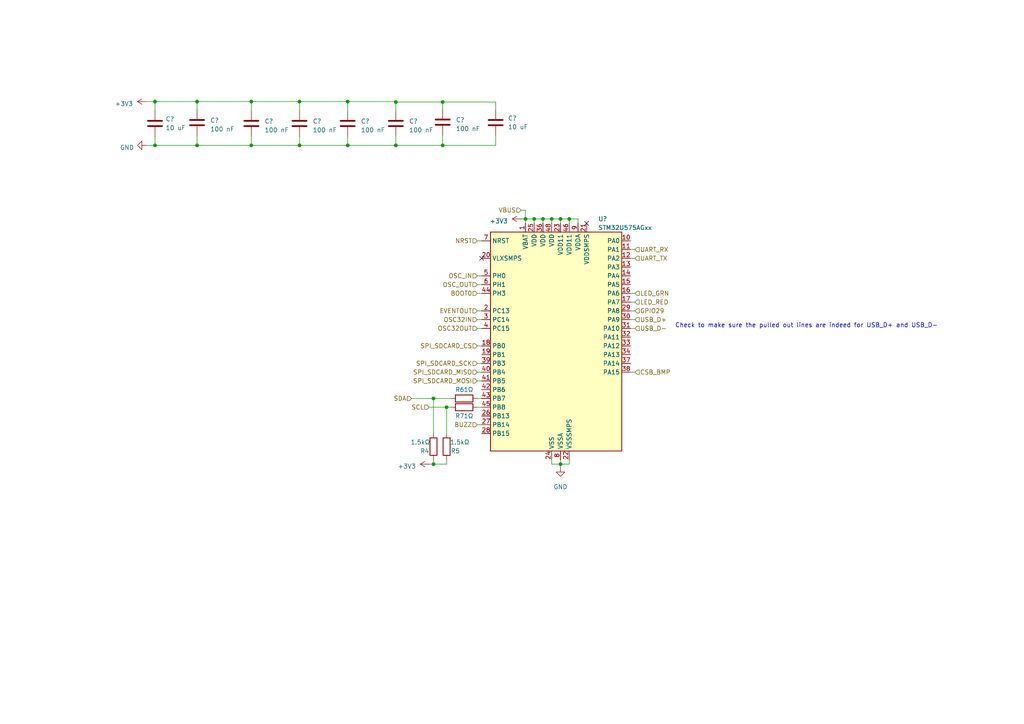
<source format=kicad_sch>
(kicad_sch
	(version 20231120)
	(generator "eeschema")
	(generator_version "8.0")
	(uuid "50ebfa90-ec42-47fe-8cbd-1b057b0ce6a6")
	(paper "A4")
	(lib_symbols
		(symbol "Device:C"
			(pin_numbers hide)
			(pin_names
				(offset 0.254)
			)
			(exclude_from_sim no)
			(in_bom yes)
			(on_board yes)
			(property "Reference" "C"
				(at 0.635 2.54 0)
				(effects
					(font
						(size 1.27 1.27)
					)
					(justify left)
				)
			)
			(property "Value" "C"
				(at 0.635 -2.54 0)
				(effects
					(font
						(size 1.27 1.27)
					)
					(justify left)
				)
			)
			(property "Footprint" ""
				(at 0.9652 -3.81 0)
				(effects
					(font
						(size 1.27 1.27)
					)
					(hide yes)
				)
			)
			(property "Datasheet" "~"
				(at 0 0 0)
				(effects
					(font
						(size 1.27 1.27)
					)
					(hide yes)
				)
			)
			(property "Description" "Unpolarized capacitor"
				(at 0 0 0)
				(effects
					(font
						(size 1.27 1.27)
					)
					(hide yes)
				)
			)
			(property "ki_keywords" "cap capacitor"
				(at 0 0 0)
				(effects
					(font
						(size 1.27 1.27)
					)
					(hide yes)
				)
			)
			(property "ki_fp_filters" "C_*"
				(at 0 0 0)
				(effects
					(font
						(size 1.27 1.27)
					)
					(hide yes)
				)
			)
			(symbol "C_0_1"
				(polyline
					(pts
						(xy -2.032 -0.762) (xy 2.032 -0.762)
					)
					(stroke
						(width 0.508)
						(type default)
					)
					(fill
						(type none)
					)
				)
				(polyline
					(pts
						(xy -2.032 0.762) (xy 2.032 0.762)
					)
					(stroke
						(width 0.508)
						(type default)
					)
					(fill
						(type none)
					)
				)
			)
			(symbol "C_1_1"
				(pin passive line
					(at 0 3.81 270)
					(length 2.794)
					(name "~"
						(effects
							(font
								(size 1.27 1.27)
							)
						)
					)
					(number "1"
						(effects
							(font
								(size 1.27 1.27)
							)
						)
					)
				)
				(pin passive line
					(at 0 -3.81 90)
					(length 2.794)
					(name "~"
						(effects
							(font
								(size 1.27 1.27)
							)
						)
					)
					(number "2"
						(effects
							(font
								(size 1.27 1.27)
							)
						)
					)
				)
			)
		)
		(symbol "Device:R"
			(pin_numbers hide)
			(pin_names
				(offset 0)
			)
			(exclude_from_sim no)
			(in_bom yes)
			(on_board yes)
			(property "Reference" "R"
				(at 2.032 0 90)
				(effects
					(font
						(size 1.27 1.27)
					)
				)
			)
			(property "Value" "R"
				(at 0 0 90)
				(effects
					(font
						(size 1.27 1.27)
					)
				)
			)
			(property "Footprint" ""
				(at -1.778 0 90)
				(effects
					(font
						(size 1.27 1.27)
					)
					(hide yes)
				)
			)
			(property "Datasheet" "~"
				(at 0 0 0)
				(effects
					(font
						(size 1.27 1.27)
					)
					(hide yes)
				)
			)
			(property "Description" "Resistor"
				(at 0 0 0)
				(effects
					(font
						(size 1.27 1.27)
					)
					(hide yes)
				)
			)
			(property "ki_keywords" "R res resistor"
				(at 0 0 0)
				(effects
					(font
						(size 1.27 1.27)
					)
					(hide yes)
				)
			)
			(property "ki_fp_filters" "R_*"
				(at 0 0 0)
				(effects
					(font
						(size 1.27 1.27)
					)
					(hide yes)
				)
			)
			(symbol "R_0_1"
				(rectangle
					(start -1.016 -2.54)
					(end 1.016 2.54)
					(stroke
						(width 0.254)
						(type default)
					)
					(fill
						(type none)
					)
				)
			)
			(symbol "R_1_1"
				(pin passive line
					(at 0 3.81 270)
					(length 1.27)
					(name "~"
						(effects
							(font
								(size 1.27 1.27)
							)
						)
					)
					(number "1"
						(effects
							(font
								(size 1.27 1.27)
							)
						)
					)
				)
				(pin passive line
					(at 0 -3.81 90)
					(length 1.27)
					(name "~"
						(effects
							(font
								(size 1.27 1.27)
							)
						)
					)
					(number "2"
						(effects
							(font
								(size 1.27 1.27)
							)
						)
					)
				)
			)
		)
		(symbol "MCU_ST_STM32U5:STM32U575CIUxQ"
			(exclude_from_sim no)
			(in_bom yes)
			(on_board yes)
			(property "Reference" "U"
				(at -17.78 34.29 0)
				(effects
					(font
						(size 1.27 1.27)
					)
					(justify left)
				)
			)
			(property "Value" "STM32U575CIUxQ"
				(at 12.7 34.29 0)
				(effects
					(font
						(size 1.27 1.27)
					)
					(justify left)
				)
			)
			(property "Footprint" "Package_DFN_QFN:QFN-48-1EP_7x7mm_P0.5mm_EP5.6x5.6mm"
				(at -17.78 -30.48 0)
				(effects
					(font
						(size 1.27 1.27)
					)
					(justify right)
					(hide yes)
				)
			)
			(property "Datasheet" "https://www.st.com/resource/en/datasheet/stm32u575ci.pdf"
				(at 0 0 0)
				(effects
					(font
						(size 1.27 1.27)
					)
					(hide yes)
				)
			)
			(property "Description" "STMicroelectronics Arm Cortex-M33 MCU, 2048KB flash, 786KB RAM, 160 MHz, 1.71-3.6V, 33 GPIO, UFQFPN48"
				(at 0 0 0)
				(effects
					(font
						(size 1.27 1.27)
					)
					(hide yes)
				)
			)
			(property "ki_locked" ""
				(at 0 0 0)
				(effects
					(font
						(size 1.27 1.27)
					)
				)
			)
			(property "ki_keywords" "Arm Cortex-M33 STM32U5 STM32U575/585"
				(at 0 0 0)
				(effects
					(font
						(size 1.27 1.27)
					)
					(hide yes)
				)
			)
			(property "ki_fp_filters" "QFN*1EP*7x7mm*P0.5mm*"
				(at 0 0 0)
				(effects
					(font
						(size 1.27 1.27)
					)
					(hide yes)
				)
			)
			(symbol "STM32U575CIUxQ_0_1"
				(rectangle
					(start -17.78 -30.48)
					(end 20.32 33.02)
					(stroke
						(width 0.254)
						(type default)
					)
					(fill
						(type background)
					)
				)
			)
			(symbol "STM32U575CIUxQ_1_1"
				(pin power_in line
					(at -7.62 35.56 270)
					(length 2.54)
					(name "VBAT"
						(effects
							(font
								(size 1.27 1.27)
							)
						)
					)
					(number "1"
						(effects
							(font
								(size 1.27 1.27)
							)
						)
					)
				)
				(pin bidirectional line
					(at 22.86 30.48 180)
					(length 2.54)
					(name "PA0"
						(effects
							(font
								(size 1.27 1.27)
							)
						)
					)
					(number "10"
						(effects
							(font
								(size 1.27 1.27)
							)
						)
					)
					(alternate "ADC1_IN5" bidirectional line)
					(alternate "AUDIOCLK" bidirectional line)
					(alternate "OCTOSPIM_P2_NCS" bidirectional line)
					(alternate "OPAMP1_VINP" bidirectional line)
					(alternate "PWR_WKUP1" bidirectional line)
					(alternate "SPI3_RDY" bidirectional line)
					(alternate "TAMP_IN2" bidirectional line)
					(alternate "TAMP_OUT1" bidirectional line)
					(alternate "TIM2_CH1" bidirectional line)
					(alternate "TIM2_ETR" bidirectional line)
					(alternate "TIM5_CH1" bidirectional line)
					(alternate "TIM8_ETR" bidirectional line)
					(alternate "UART4_TX" bidirectional line)
					(alternate "USART2_CTS" bidirectional line)
				)
				(pin bidirectional line
					(at 22.86 27.94 180)
					(length 2.54)
					(name "PA1"
						(effects
							(font
								(size 1.27 1.27)
							)
						)
					)
					(number "11"
						(effects
							(font
								(size 1.27 1.27)
							)
						)
					)
					(alternate "ADC1_IN6" bidirectional line)
					(alternate "I2C1_SMBA" bidirectional line)
					(alternate "LPTIM1_CH2" bidirectional line)
					(alternate "OCTOSPIM_P1_DQS" bidirectional line)
					(alternate "OPAMP1_VINM" bidirectional line)
					(alternate "PWR_WKUP3" bidirectional line)
					(alternate "SPI1_SCK" bidirectional line)
					(alternate "TAMP_IN5" bidirectional line)
					(alternate "TAMP_OUT4" bidirectional line)
					(alternate "TIM15_CH1N" bidirectional line)
					(alternate "TIM2_CH2" bidirectional line)
					(alternate "TIM5_CH2" bidirectional line)
					(alternate "UART4_RX" bidirectional line)
					(alternate "USART2_DE" bidirectional line)
					(alternate "USART2_RTS" bidirectional line)
				)
				(pin bidirectional line
					(at 22.86 25.4 180)
					(length 2.54)
					(name "PA2"
						(effects
							(font
								(size 1.27 1.27)
							)
						)
					)
					(number "12"
						(effects
							(font
								(size 1.27 1.27)
							)
						)
					)
					(alternate "ADC1_IN7" bidirectional line)
					(alternate "COMP1_INP" bidirectional line)
					(alternate "LPUART1_TX" bidirectional line)
					(alternate "OCTOSPIM_P1_NCS" bidirectional line)
					(alternate "PWR_WKUP4" bidirectional line)
					(alternate "RCC_LSCO" bidirectional line)
					(alternate "SPI1_RDY" bidirectional line)
					(alternate "TIM15_CH1" bidirectional line)
					(alternate "TIM2_CH3" bidirectional line)
					(alternate "TIM5_CH3" bidirectional line)
					(alternate "UCPD1_FRSTX1" bidirectional line)
					(alternate "USART2_TX" bidirectional line)
				)
				(pin bidirectional line
					(at 22.86 22.86 180)
					(length 2.54)
					(name "PA3"
						(effects
							(font
								(size 1.27 1.27)
							)
						)
					)
					(number "13"
						(effects
							(font
								(size 1.27 1.27)
							)
						)
					)
					(alternate "ADC1_IN8" bidirectional line)
					(alternate "LPUART1_RX" bidirectional line)
					(alternate "OCTOSPIM_P1_CLK" bidirectional line)
					(alternate "OPAMP1_VOUT" bidirectional line)
					(alternate "PWR_WKUP5" bidirectional line)
					(alternate "SAI1_CK1" bidirectional line)
					(alternate "SAI1_MCLK_A" bidirectional line)
					(alternate "TIM15_CH2" bidirectional line)
					(alternate "TIM2_CH4" bidirectional line)
					(alternate "TIM5_CH4" bidirectional line)
					(alternate "USART2_RX" bidirectional line)
				)
				(pin bidirectional line
					(at 22.86 20.32 180)
					(length 2.54)
					(name "PA4"
						(effects
							(font
								(size 1.27 1.27)
							)
						)
					)
					(number "14"
						(effects
							(font
								(size 1.27 1.27)
							)
						)
					)
					(alternate "ADC1_IN9" bidirectional line)
					(alternate "ADC4_IN9" bidirectional line)
					(alternate "DAC1_OUT1" bidirectional line)
					(alternate "LPTIM2_CH1" bidirectional line)
					(alternate "OCTOSPIM_P1_NCS" bidirectional line)
					(alternate "PWR_WKUP2" bidirectional line)
					(alternate "SAI1_FS_B" bidirectional line)
					(alternate "SPI1_NSS" bidirectional line)
					(alternate "SPI3_NSS" bidirectional line)
					(alternate "USART2_CK" bidirectional line)
				)
				(pin bidirectional line
					(at 22.86 17.78 180)
					(length 2.54)
					(name "PA5"
						(effects
							(font
								(size 1.27 1.27)
							)
						)
					)
					(number "15"
						(effects
							(font
								(size 1.27 1.27)
							)
						)
					)
					(alternate "ADC1_IN10" bidirectional line)
					(alternate "ADC4_IN10" bidirectional line)
					(alternate "DAC1_OUT2" bidirectional line)
					(alternate "LPTIM2_ETR" bidirectional line)
					(alternate "PWR_CSLEEP" bidirectional line)
					(alternate "PWR_WKUP6" bidirectional line)
					(alternate "SPI1_SCK" bidirectional line)
					(alternate "TIM2_CH1" bidirectional line)
					(alternate "TIM2_ETR" bidirectional line)
					(alternate "TIM8_CH1N" bidirectional line)
					(alternate "USART3_RX" bidirectional line)
				)
				(pin bidirectional line
					(at 22.86 15.24 180)
					(length 2.54)
					(name "PA6"
						(effects
							(font
								(size 1.27 1.27)
							)
						)
					)
					(number "16"
						(effects
							(font
								(size 1.27 1.27)
							)
						)
					)
					(alternate "ADC1_IN11" bidirectional line)
					(alternate "ADC4_IN11" bidirectional line)
					(alternate "LPUART1_CTS" bidirectional line)
					(alternate "OCTOSPIM_P1_IO3" bidirectional line)
					(alternate "OPAMP2_VINP" bidirectional line)
					(alternate "PWR_CDSTOP" bidirectional line)
					(alternate "PWR_WKUP7" bidirectional line)
					(alternate "SPI1_MISO" bidirectional line)
					(alternate "TIM16_CH1" bidirectional line)
					(alternate "TIM1_BKIN" bidirectional line)
					(alternate "TIM3_CH1" bidirectional line)
					(alternate "TIM8_BKIN" bidirectional line)
					(alternate "USART3_CTS" bidirectional line)
				)
				(pin bidirectional line
					(at 22.86 12.7 180)
					(length 2.54)
					(name "PA7"
						(effects
							(font
								(size 1.27 1.27)
							)
						)
					)
					(number "17"
						(effects
							(font
								(size 1.27 1.27)
							)
						)
					)
					(alternate "ADC1_IN12" bidirectional line)
					(alternate "ADC4_IN20" bidirectional line)
					(alternate "I2C3_SCL" bidirectional line)
					(alternate "LPTIM2_CH2" bidirectional line)
					(alternate "OCTOSPIM_P1_IO2" bidirectional line)
					(alternate "OPAMP2_VINM" bidirectional line)
					(alternate "PWR_SRDSTOP" bidirectional line)
					(alternate "PWR_WKUP8" bidirectional line)
					(alternate "SPI1_MOSI" bidirectional line)
					(alternate "TIM17_CH1" bidirectional line)
					(alternate "TIM1_CH1N" bidirectional line)
					(alternate "TIM3_CH2" bidirectional line)
					(alternate "TIM8_CH1N" bidirectional line)
					(alternate "USART3_TX" bidirectional line)
				)
				(pin bidirectional line
					(at -20.32 0 0)
					(length 2.54)
					(name "PB0"
						(effects
							(font
								(size 1.27 1.27)
							)
						)
					)
					(number "18"
						(effects
							(font
								(size 1.27 1.27)
							)
						)
					)
					(alternate "ADC1_IN15" bidirectional line)
					(alternate "ADC4_IN18" bidirectional line)
					(alternate "AUDIOCLK" bidirectional line)
					(alternate "COMP1_OUT" bidirectional line)
					(alternate "LPTIM3_CH1" bidirectional line)
					(alternate "OCTOSPIM_P1_IO1" bidirectional line)
					(alternate "OPAMP2_VOUT" bidirectional line)
					(alternate "SPI1_NSS" bidirectional line)
					(alternate "TIM1_CH2N" bidirectional line)
					(alternate "TIM3_CH3" bidirectional line)
					(alternate "TIM8_CH2N" bidirectional line)
					(alternate "USART3_CK" bidirectional line)
				)
				(pin bidirectional line
					(at -20.32 -2.54 0)
					(length 2.54)
					(name "PB1"
						(effects
							(font
								(size 1.27 1.27)
							)
						)
					)
					(number "19"
						(effects
							(font
								(size 1.27 1.27)
							)
						)
					)
					(alternate "ADC1_IN16" bidirectional line)
					(alternate "ADC4_IN19" bidirectional line)
					(alternate "COMP1_INM" bidirectional line)
					(alternate "LPTIM2_IN1" bidirectional line)
					(alternate "LPTIM3_CH2" bidirectional line)
					(alternate "LPUART1_DE" bidirectional line)
					(alternate "LPUART1_RTS" bidirectional line)
					(alternate "MDF1_SDI0" bidirectional line)
					(alternate "OCTOSPIM_P1_IO0" bidirectional line)
					(alternate "PWR_WKUP4" bidirectional line)
					(alternate "TIM1_CH3N" bidirectional line)
					(alternate "TIM3_CH4" bidirectional line)
					(alternate "TIM8_CH3N" bidirectional line)
					(alternate "USART3_DE" bidirectional line)
					(alternate "USART3_RTS" bidirectional line)
				)
				(pin bidirectional line
					(at -20.32 10.16 0)
					(length 2.54)
					(name "PC13"
						(effects
							(font
								(size 1.27 1.27)
							)
						)
					)
					(number "2"
						(effects
							(font
								(size 1.27 1.27)
							)
						)
					)
					(alternate "PWR_WKUP2" bidirectional line)
					(alternate "RTC_OUT1" bidirectional line)
					(alternate "RTC_TS" bidirectional line)
					(alternate "TAMP_IN1" bidirectional line)
					(alternate "TAMP_OUT2" bidirectional line)
				)
				(pin power_in line
					(at -20.32 25.4 0)
					(length 2.54)
					(name "VLXSMPS"
						(effects
							(font
								(size 1.27 1.27)
							)
						)
					)
					(number "20"
						(effects
							(font
								(size 1.27 1.27)
							)
						)
					)
				)
				(pin power_in line
					(at 10.16 35.56 270)
					(length 2.54)
					(name "VDDSMPS"
						(effects
							(font
								(size 1.27 1.27)
							)
						)
					)
					(number "21"
						(effects
							(font
								(size 1.27 1.27)
							)
						)
					)
				)
				(pin power_in line
					(at 5.08 -33.02 90)
					(length 2.54)
					(name "VSSSMPS"
						(effects
							(font
								(size 1.27 1.27)
							)
						)
					)
					(number "22"
						(effects
							(font
								(size 1.27 1.27)
							)
						)
					)
				)
				(pin power_in line
					(at 2.54 35.56 270)
					(length 2.54)
					(name "VDD11"
						(effects
							(font
								(size 1.27 1.27)
							)
						)
					)
					(number "23"
						(effects
							(font
								(size 1.27 1.27)
							)
						)
					)
				)
				(pin power_in line
					(at 0 -33.02 90)
					(length 2.54)
					(name "VSS"
						(effects
							(font
								(size 1.27 1.27)
							)
						)
					)
					(number "24"
						(effects
							(font
								(size 1.27 1.27)
							)
						)
					)
				)
				(pin power_in line
					(at -5.08 35.56 270)
					(length 2.54)
					(name "VDD"
						(effects
							(font
								(size 1.27 1.27)
							)
						)
					)
					(number "25"
						(effects
							(font
								(size 1.27 1.27)
							)
						)
					)
				)
				(pin bidirectional line
					(at -20.32 -20.32 0)
					(length 2.54)
					(name "PB13"
						(effects
							(font
								(size 1.27 1.27)
							)
						)
					)
					(number "26"
						(effects
							(font
								(size 1.27 1.27)
							)
						)
					)
					(alternate "I2C2_SCL" bidirectional line)
					(alternate "LPTIM3_IN1" bidirectional line)
					(alternate "LPUART1_CTS" bidirectional line)
					(alternate "MDF1_CKI1" bidirectional line)
					(alternate "SPI2_SCK" bidirectional line)
					(alternate "TIM15_CH1N" bidirectional line)
					(alternate "TIM1_CH1N" bidirectional line)
					(alternate "TSC_G1_IO2" bidirectional line)
					(alternate "USART3_CTS" bidirectional line)
				)
				(pin bidirectional line
					(at -20.32 -22.86 0)
					(length 2.54)
					(name "PB14"
						(effects
							(font
								(size 1.27 1.27)
							)
						)
					)
					(number "27"
						(effects
							(font
								(size 1.27 1.27)
							)
						)
					)
					(alternate "I2C2_SDA" bidirectional line)
					(alternate "LPTIM3_ETR" bidirectional line)
					(alternate "MDF1_SDI2" bidirectional line)
					(alternate "SPI2_MISO" bidirectional line)
					(alternate "TIM15_CH1" bidirectional line)
					(alternate "TIM1_CH2N" bidirectional line)
					(alternate "TIM8_CH2N" bidirectional line)
					(alternate "TSC_G1_IO3" bidirectional line)
					(alternate "UCPD1_DBCC2" bidirectional line)
					(alternate "USART3_DE" bidirectional line)
					(alternate "USART3_RTS" bidirectional line)
				)
				(pin bidirectional line
					(at -20.32 -25.4 0)
					(length 2.54)
					(name "PB15"
						(effects
							(font
								(size 1.27 1.27)
							)
						)
					)
					(number "28"
						(effects
							(font
								(size 1.27 1.27)
							)
						)
					)
					(alternate "ADC1_EXTI15" bidirectional line)
					(alternate "ADC4_EXTI15" bidirectional line)
					(alternate "LPTIM2_IN2" bidirectional line)
					(alternate "MDF1_CKI2" bidirectional line)
					(alternate "PWR_WKUP7" bidirectional line)
					(alternate "RTC_REFIN" bidirectional line)
					(alternate "SPI2_MOSI" bidirectional line)
					(alternate "TIM15_CH2" bidirectional line)
					(alternate "TIM1_CH3N" bidirectional line)
					(alternate "TIM8_CH3N" bidirectional line)
					(alternate "UCPD1_CC2" bidirectional line)
				)
				(pin bidirectional line
					(at 22.86 10.16 180)
					(length 2.54)
					(name "PA8"
						(effects
							(font
								(size 1.27 1.27)
							)
						)
					)
					(number "29"
						(effects
							(font
								(size 1.27 1.27)
							)
						)
					)
					(alternate "DEBUG_TRACECLK" bidirectional line)
					(alternate "LPTIM2_CH1" bidirectional line)
					(alternate "RCC_MCO" bidirectional line)
					(alternate "SAI1_CK2" bidirectional line)
					(alternate "SAI1_SCK_A" bidirectional line)
					(alternate "SPI1_RDY" bidirectional line)
					(alternate "TIM1_CH1" bidirectional line)
					(alternate "USART1_CK" bidirectional line)
					(alternate "USB_OTG_FS_SOF" bidirectional line)
				)
				(pin bidirectional line
					(at -20.32 7.62 0)
					(length 2.54)
					(name "PC14"
						(effects
							(font
								(size 1.27 1.27)
							)
						)
					)
					(number "3"
						(effects
							(font
								(size 1.27 1.27)
							)
						)
					)
					(alternate "RCC_OSC32_IN" bidirectional line)
				)
				(pin bidirectional line
					(at 22.86 7.62 180)
					(length 2.54)
					(name "PA9"
						(effects
							(font
								(size 1.27 1.27)
							)
						)
					)
					(number "30"
						(effects
							(font
								(size 1.27 1.27)
							)
						)
					)
					(alternate "DAC1_EXTI9" bidirectional line)
					(alternate "SAI1_FS_A" bidirectional line)
					(alternate "SPI2_SCK" bidirectional line)
					(alternate "TIM15_BKIN" bidirectional line)
					(alternate "TIM1_CH2" bidirectional line)
					(alternate "USART1_TX" bidirectional line)
					(alternate "USB_OTG_FS_VBUS" bidirectional line)
				)
				(pin bidirectional line
					(at 22.86 5.08 180)
					(length 2.54)
					(name "PA10"
						(effects
							(font
								(size 1.27 1.27)
							)
						)
					)
					(number "31"
						(effects
							(font
								(size 1.27 1.27)
							)
						)
					)
					(alternate "CRS_SYNC" bidirectional line)
					(alternate "LPTIM2_IN2" bidirectional line)
					(alternate "SAI1_D1" bidirectional line)
					(alternate "SAI1_SD_A" bidirectional line)
					(alternate "TIM17_BKIN" bidirectional line)
					(alternate "TIM1_CH3" bidirectional line)
					(alternate "USART1_RX" bidirectional line)
					(alternate "USB_OTG_FS_ID" bidirectional line)
				)
				(pin bidirectional line
					(at 22.86 2.54 180)
					(length 2.54)
					(name "PA11"
						(effects
							(font
								(size 1.27 1.27)
							)
						)
					)
					(number "32"
						(effects
							(font
								(size 1.27 1.27)
							)
						)
					)
					(alternate "ADC1_EXTI11" bidirectional line)
					(alternate "FDCAN1_RX" bidirectional line)
					(alternate "SPI1_MISO" bidirectional line)
					(alternate "TIM1_BKIN2" bidirectional line)
					(alternate "TIM1_CH4" bidirectional line)
					(alternate "USART1_CTS" bidirectional line)
					(alternate "USB_OTG_FS_DM" bidirectional line)
				)
				(pin bidirectional line
					(at 22.86 0 180)
					(length 2.54)
					(name "PA12"
						(effects
							(font
								(size 1.27 1.27)
							)
						)
					)
					(number "33"
						(effects
							(font
								(size 1.27 1.27)
							)
						)
					)
					(alternate "FDCAN1_TX" bidirectional line)
					(alternate "OCTOSPIM_P2_NCS" bidirectional line)
					(alternate "SPI1_MOSI" bidirectional line)
					(alternate "TIM1_ETR" bidirectional line)
					(alternate "USART1_DE" bidirectional line)
					(alternate "USART1_RTS" bidirectional line)
					(alternate "USB_OTG_FS_DP" bidirectional line)
				)
				(pin bidirectional line
					(at 22.86 -2.54 180)
					(length 2.54)
					(name "PA13"
						(effects
							(font
								(size 1.27 1.27)
							)
						)
					)
					(number "34"
						(effects
							(font
								(size 1.27 1.27)
							)
						)
					)
					(alternate "DEBUG_JTMS-SWDIO" bidirectional line)
					(alternate "IR_OUT" bidirectional line)
					(alternate "SAI1_SD_B" bidirectional line)
					(alternate "USB_OTG_FS_NOE" bidirectional line)
				)
				(pin passive line
					(at 0 -33.02 90)
					(length 2.54) hide
					(name "VSS"
						(effects
							(font
								(size 1.27 1.27)
							)
						)
					)
					(number "35"
						(effects
							(font
								(size 1.27 1.27)
							)
						)
					)
				)
				(pin power_in line
					(at -2.54 35.56 270)
					(length 2.54)
					(name "VDD"
						(effects
							(font
								(size 1.27 1.27)
							)
						)
					)
					(number "36"
						(effects
							(font
								(size 1.27 1.27)
							)
						)
					)
				)
				(pin bidirectional line
					(at 22.86 -5.08 180)
					(length 2.54)
					(name "PA14"
						(effects
							(font
								(size 1.27 1.27)
							)
						)
					)
					(number "37"
						(effects
							(font
								(size 1.27 1.27)
							)
						)
					)
					(alternate "DEBUG_JTCK-SWCLK" bidirectional line)
					(alternate "I2C1_SMBA" bidirectional line)
					(alternate "I2C4_SMBA" bidirectional line)
					(alternate "LPTIM1_CH1" bidirectional line)
					(alternate "SAI1_FS_B" bidirectional line)
					(alternate "USB_OTG_FS_SOF" bidirectional line)
				)
				(pin bidirectional line
					(at 22.86 -7.62 180)
					(length 2.54)
					(name "PA15"
						(effects
							(font
								(size 1.27 1.27)
							)
						)
					)
					(number "38"
						(effects
							(font
								(size 1.27 1.27)
							)
						)
					)
					(alternate "ADC1_EXTI15" bidirectional line)
					(alternate "ADC4_EXTI15" bidirectional line)
					(alternate "DEBUG_JTDI" bidirectional line)
					(alternate "SPI1_NSS" bidirectional line)
					(alternate "SPI3_NSS" bidirectional line)
					(alternate "TIM2_CH1" bidirectional line)
					(alternate "TIM2_ETR" bidirectional line)
					(alternate "UART4_DE" bidirectional line)
					(alternate "UART4_RTS" bidirectional line)
					(alternate "UCPD1_CC1" bidirectional line)
					(alternate "USART2_RX" bidirectional line)
					(alternate "USART3_DE" bidirectional line)
					(alternate "USART3_RTS" bidirectional line)
				)
				(pin bidirectional line
					(at -20.32 -5.08 0)
					(length 2.54)
					(name "PB3"
						(effects
							(font
								(size 1.27 1.27)
							)
						)
					)
					(number "39"
						(effects
							(font
								(size 1.27 1.27)
							)
						)
					)
					(alternate "ADF1_CCK0" bidirectional line)
					(alternate "COMP2_INM" bidirectional line)
					(alternate "CRS_SYNC" bidirectional line)
					(alternate "DEBUG_JTDO-SWO" bidirectional line)
					(alternate "I2C1_SDA" bidirectional line)
					(alternate "LPTIM1_CH1" bidirectional line)
					(alternate "SAI1_SCK_B" bidirectional line)
					(alternate "SPI1_SCK" bidirectional line)
					(alternate "SPI3_SCK" bidirectional line)
					(alternate "TIM2_CH2" bidirectional line)
					(alternate "USART1_DE" bidirectional line)
					(alternate "USART1_RTS" bidirectional line)
				)
				(pin bidirectional line
					(at -20.32 5.08 0)
					(length 2.54)
					(name "PC15"
						(effects
							(font
								(size 1.27 1.27)
							)
						)
					)
					(number "4"
						(effects
							(font
								(size 1.27 1.27)
							)
						)
					)
					(alternate "ADC1_EXTI15" bidirectional line)
					(alternate "ADC4_EXTI15" bidirectional line)
					(alternate "RCC_OSC32_OUT" bidirectional line)
				)
				(pin bidirectional line
					(at -20.32 -7.62 0)
					(length 2.54)
					(name "PB4"
						(effects
							(font
								(size 1.27 1.27)
							)
						)
					)
					(number "40"
						(effects
							(font
								(size 1.27 1.27)
							)
						)
					)
					(alternate "ADF1_SDI0" bidirectional line)
					(alternate "COMP2_INP" bidirectional line)
					(alternate "DEBUG_JTRST" bidirectional line)
					(alternate "I2C3_SDA" bidirectional line)
					(alternate "LPTIM1_CH2" bidirectional line)
					(alternate "SAI1_MCLK_B" bidirectional line)
					(alternate "SPI1_MISO" bidirectional line)
					(alternate "SPI3_MISO" bidirectional line)
					(alternate "TIM17_BKIN" bidirectional line)
					(alternate "TIM3_CH1" bidirectional line)
					(alternate "TSC_G2_IO1" bidirectional line)
					(alternate "USART1_CTS" bidirectional line)
				)
				(pin bidirectional line
					(at -20.32 -10.16 0)
					(length 2.54)
					(name "PB5"
						(effects
							(font
								(size 1.27 1.27)
							)
						)
					)
					(number "41"
						(effects
							(font
								(size 1.27 1.27)
							)
						)
					)
					(alternate "COMP2_OUT" bidirectional line)
					(alternate "I2C1_SMBA" bidirectional line)
					(alternate "LPTIM1_IN1" bidirectional line)
					(alternate "OCTOSPIM_P1_NCLK" bidirectional line)
					(alternate "PWR_WKUP6" bidirectional line)
					(alternate "SAI1_SD_B" bidirectional line)
					(alternate "SPI1_MOSI" bidirectional line)
					(alternate "SPI3_MOSI" bidirectional line)
					(alternate "TIM16_BKIN" bidirectional line)
					(alternate "TIM3_CH2" bidirectional line)
					(alternate "TSC_G2_IO2" bidirectional line)
					(alternate "UCPD1_DBCC1" bidirectional line)
					(alternate "USART1_CK" bidirectional line)
				)
				(pin bidirectional line
					(at -20.32 -12.7 0)
					(length 2.54)
					(name "PB6"
						(effects
							(font
								(size 1.27 1.27)
							)
						)
					)
					(number "42"
						(effects
							(font
								(size 1.27 1.27)
							)
						)
					)
					(alternate "COMP2_INP" bidirectional line)
					(alternate "I2C1_SCL" bidirectional line)
					(alternate "I2C4_SCL" bidirectional line)
					(alternate "LPTIM1_ETR" bidirectional line)
					(alternate "MDF1_SDI5" bidirectional line)
					(alternate "PWR_WKUP3" bidirectional line)
					(alternate "SAI1_FS_B" bidirectional line)
					(alternate "TIM16_CH1N" bidirectional line)
					(alternate "TIM4_CH1" bidirectional line)
					(alternate "TIM8_BKIN2" bidirectional line)
					(alternate "TSC_G2_IO3" bidirectional line)
					(alternate "USART1_TX" bidirectional line)
				)
				(pin bidirectional line
					(at -20.32 -15.24 0)
					(length 2.54)
					(name "PB7"
						(effects
							(font
								(size 1.27 1.27)
							)
						)
					)
					(number "43"
						(effects
							(font
								(size 1.27 1.27)
							)
						)
					)
					(alternate "COMP2_INM" bidirectional line)
					(alternate "I2C1_SDA" bidirectional line)
					(alternate "I2C4_SDA" bidirectional line)
					(alternate "LPTIM1_IN2" bidirectional line)
					(alternate "MDF1_CKI5" bidirectional line)
					(alternate "PWR_PVD_IN" bidirectional line)
					(alternate "PWR_WKUP4" bidirectional line)
					(alternate "TIM17_CH1N" bidirectional line)
					(alternate "TIM4_CH2" bidirectional line)
					(alternate "TIM8_BKIN" bidirectional line)
					(alternate "TSC_G2_IO4" bidirectional line)
					(alternate "UART4_CTS" bidirectional line)
					(alternate "USART1_RX" bidirectional line)
				)
				(pin bidirectional line
					(at -20.32 15.24 0)
					(length 2.54)
					(name "PH3"
						(effects
							(font
								(size 1.27 1.27)
							)
						)
					)
					(number "44"
						(effects
							(font
								(size 1.27 1.27)
							)
						)
					)
				)
				(pin bidirectional line
					(at -20.32 -17.78 0)
					(length 2.54)
					(name "PB8"
						(effects
							(font
								(size 1.27 1.27)
							)
						)
					)
					(number "45"
						(effects
							(font
								(size 1.27 1.27)
							)
						)
					)
					(alternate "FDCAN1_RX" bidirectional line)
					(alternate "I2C1_SCL" bidirectional line)
					(alternate "MDF1_CCK0" bidirectional line)
					(alternate "PWR_WKUP5" bidirectional line)
					(alternate "SAI1_CK1" bidirectional line)
					(alternate "SAI1_MCLK_A" bidirectional line)
					(alternate "SPI3_RDY" bidirectional line)
					(alternate "TIM16_CH1" bidirectional line)
					(alternate "TIM4_CH3" bidirectional line)
				)
				(pin power_in line
					(at 5.08 35.56 270)
					(length 2.54)
					(name "VDD11"
						(effects
							(font
								(size 1.27 1.27)
							)
						)
					)
					(number "46"
						(effects
							(font
								(size 1.27 1.27)
							)
						)
					)
				)
				(pin passive line
					(at 0 -33.02 90)
					(length 2.54) hide
					(name "VSS"
						(effects
							(font
								(size 1.27 1.27)
							)
						)
					)
					(number "47"
						(effects
							(font
								(size 1.27 1.27)
							)
						)
					)
				)
				(pin power_in line
					(at 0 35.56 270)
					(length 2.54)
					(name "VDD"
						(effects
							(font
								(size 1.27 1.27)
							)
						)
					)
					(number "48"
						(effects
							(font
								(size 1.27 1.27)
							)
						)
					)
				)
				(pin passive line
					(at 0 -33.02 90)
					(length 2.54) hide
					(name "VSS"
						(effects
							(font
								(size 1.27 1.27)
							)
						)
					)
					(number "49"
						(effects
							(font
								(size 1.27 1.27)
							)
						)
					)
				)
				(pin bidirectional line
					(at -20.32 20.32 0)
					(length 2.54)
					(name "PH0"
						(effects
							(font
								(size 1.27 1.27)
							)
						)
					)
					(number "5"
						(effects
							(font
								(size 1.27 1.27)
							)
						)
					)
					(alternate "RCC_OSC_IN" bidirectional line)
				)
				(pin bidirectional line
					(at -20.32 17.78 0)
					(length 2.54)
					(name "PH1"
						(effects
							(font
								(size 1.27 1.27)
							)
						)
					)
					(number "6"
						(effects
							(font
								(size 1.27 1.27)
							)
						)
					)
					(alternate "RCC_OSC_OUT" bidirectional line)
				)
				(pin input line
					(at -20.32 30.48 0)
					(length 2.54)
					(name "NRST"
						(effects
							(font
								(size 1.27 1.27)
							)
						)
					)
					(number "7"
						(effects
							(font
								(size 1.27 1.27)
							)
						)
					)
				)
				(pin power_in line
					(at 2.54 -33.02 90)
					(length 2.54)
					(name "VSSA"
						(effects
							(font
								(size 1.27 1.27)
							)
						)
					)
					(number "8"
						(effects
							(font
								(size 1.27 1.27)
							)
						)
					)
				)
				(pin power_in line
					(at 7.62 35.56 270)
					(length 2.54)
					(name "VDDA"
						(effects
							(font
								(size 1.27 1.27)
							)
						)
					)
					(number "9"
						(effects
							(font
								(size 1.27 1.27)
							)
						)
					)
				)
			)
		)
		(symbol "power:+3V3"
			(power)
			(pin_names
				(offset 0)
			)
			(exclude_from_sim no)
			(in_bom yes)
			(on_board yes)
			(property "Reference" "#PWR"
				(at 0 -3.81 0)
				(effects
					(font
						(size 1.27 1.27)
					)
					(hide yes)
				)
			)
			(property "Value" "+3V3"
				(at 0 3.556 0)
				(effects
					(font
						(size 1.27 1.27)
					)
				)
			)
			(property "Footprint" ""
				(at 0 0 0)
				(effects
					(font
						(size 1.27 1.27)
					)
					(hide yes)
				)
			)
			(property "Datasheet" ""
				(at 0 0 0)
				(effects
					(font
						(size 1.27 1.27)
					)
					(hide yes)
				)
			)
			(property "Description" "Power symbol creates a global label with name \"+3V3\""
				(at 0 0 0)
				(effects
					(font
						(size 1.27 1.27)
					)
					(hide yes)
				)
			)
			(property "ki_keywords" "global power"
				(at 0 0 0)
				(effects
					(font
						(size 1.27 1.27)
					)
					(hide yes)
				)
			)
			(symbol "+3V3_0_1"
				(polyline
					(pts
						(xy -0.762 1.27) (xy 0 2.54)
					)
					(stroke
						(width 0)
						(type default)
					)
					(fill
						(type none)
					)
				)
				(polyline
					(pts
						(xy 0 0) (xy 0 2.54)
					)
					(stroke
						(width 0)
						(type default)
					)
					(fill
						(type none)
					)
				)
				(polyline
					(pts
						(xy 0 2.54) (xy 0.762 1.27)
					)
					(stroke
						(width 0)
						(type default)
					)
					(fill
						(type none)
					)
				)
			)
			(symbol "+3V3_1_1"
				(pin power_in line
					(at 0 0 90)
					(length 0) hide
					(name "+3V3"
						(effects
							(font
								(size 1.27 1.27)
							)
						)
					)
					(number "1"
						(effects
							(font
								(size 1.27 1.27)
							)
						)
					)
				)
			)
		)
		(symbol "power:GND"
			(power)
			(pin_names
				(offset 0)
			)
			(exclude_from_sim no)
			(in_bom yes)
			(on_board yes)
			(property "Reference" "#PWR"
				(at 0 -6.35 0)
				(effects
					(font
						(size 1.27 1.27)
					)
					(hide yes)
				)
			)
			(property "Value" "GND"
				(at 0 -3.81 0)
				(effects
					(font
						(size 1.27 1.27)
					)
				)
			)
			(property "Footprint" ""
				(at 0 0 0)
				(effects
					(font
						(size 1.27 1.27)
					)
					(hide yes)
				)
			)
			(property "Datasheet" ""
				(at 0 0 0)
				(effects
					(font
						(size 1.27 1.27)
					)
					(hide yes)
				)
			)
			(property "Description" "Power symbol creates a global label with name \"GND\" , ground"
				(at 0 0 0)
				(effects
					(font
						(size 1.27 1.27)
					)
					(hide yes)
				)
			)
			(property "ki_keywords" "global power"
				(at 0 0 0)
				(effects
					(font
						(size 1.27 1.27)
					)
					(hide yes)
				)
			)
			(symbol "GND_0_1"
				(polyline
					(pts
						(xy 0 0) (xy 0 -1.27) (xy 1.27 -1.27) (xy 0 -2.54) (xy -1.27 -1.27) (xy 0 -1.27)
					)
					(stroke
						(width 0)
						(type default)
					)
					(fill
						(type none)
					)
				)
			)
			(symbol "GND_1_1"
				(pin power_in line
					(at 0 0 270)
					(length 0) hide
					(name "GND"
						(effects
							(font
								(size 1.27 1.27)
							)
						)
					)
					(number "1"
						(effects
							(font
								(size 1.27 1.27)
							)
						)
					)
				)
			)
		)
	)
	(junction
		(at 125.73 115.57)
		(diameter 0)
		(color 0 0 0 0)
		(uuid "061a8aa4-ddd9-4722-822f-c0c32bf9fd14")
	)
	(junction
		(at 100.838 29.464)
		(diameter 0)
		(color 0 0 0 0)
		(uuid "17e8c337-4224-414c-bb39-7c0a602b1edf")
	)
	(junction
		(at 72.898 29.464)
		(diameter 0)
		(color 0 0 0 0)
		(uuid "198920f6-419d-4716-bb15-7922f0b6f149")
	)
	(junction
		(at 160.02 63.5)
		(diameter 0)
		(color 0 0 0 0)
		(uuid "25bf54ff-fb7a-4af7-b3f7-fa82f8ac2f27")
	)
	(junction
		(at 86.868 42.164)
		(diameter 0)
		(color 0 0 0 0)
		(uuid "2ee8bbad-2d94-4fa7-b544-0c99760e2b4f")
	)
	(junction
		(at 154.94 63.5)
		(diameter 0)
		(color 0 0 0 0)
		(uuid "39282f8d-683b-481e-a6d3-703e83deb197")
	)
	(junction
		(at 114.808 29.591)
		(diameter 0)
		(color 0 0 0 0)
		(uuid "3b24fd31-84c8-4796-a591-74b0a0db1780")
	)
	(junction
		(at 44.958 29.464)
		(diameter 0)
		(color 0 0 0 0)
		(uuid "3d701aca-71aa-4793-8aa4-ee6a74c6c7ef")
	)
	(junction
		(at 44.958 42.164)
		(diameter 0)
		(color 0 0 0 0)
		(uuid "482696d6-117c-4455-8366-eed89bbd185b")
	)
	(junction
		(at 128.397 29.591)
		(diameter 0)
		(color 0 0 0 0)
		(uuid "48ec0907-3fb9-4411-a0fb-183d0d298cdf")
	)
	(junction
		(at 57.15 29.464)
		(diameter 0)
		(color 0 0 0 0)
		(uuid "520204be-22f5-4e22-979a-7634cfff3b26")
	)
	(junction
		(at 72.898 42.164)
		(diameter 0)
		(color 0 0 0 0)
		(uuid "62e180b1-c58b-4e8e-9de7-129255cf82c6")
	)
	(junction
		(at 114.808 42.164)
		(diameter 0)
		(color 0 0 0 0)
		(uuid "6359a7d5-9565-464d-8119-7a8ad1ef49f8")
	)
	(junction
		(at 152.4 63.5)
		(diameter 0)
		(color 0 0 0 0)
		(uuid "7dbe13fa-40ef-4e59-91ea-eac756f264d2")
	)
	(junction
		(at 128.397 42.164)
		(diameter 0)
		(color 0 0 0 0)
		(uuid "894ae09b-15fd-4a48-bbe1-120c709053df")
	)
	(junction
		(at 125.73 134.62)
		(diameter 0)
		(color 0 0 0 0)
		(uuid "9558219e-f0e3-4668-8b2c-09576cbb9e91")
	)
	(junction
		(at 162.56 134.62)
		(diameter 0)
		(color 0 0 0 0)
		(uuid "b1e87907-5ae7-4933-8c5a-0b1acf1fe1e0")
	)
	(junction
		(at 162.56 63.5)
		(diameter 0)
		(color 0 0 0 0)
		(uuid "befc7b95-8560-4e0a-95ce-1652b149b458")
	)
	(junction
		(at 100.838 42.164)
		(diameter 0)
		(color 0 0 0 0)
		(uuid "d1374a60-1bab-47a4-a7d4-da5b0ea91386")
	)
	(junction
		(at 57.15 42.164)
		(diameter 0)
		(color 0 0 0 0)
		(uuid "d721367d-0a81-46d0-b4f4-4108ad7816ad")
	)
	(junction
		(at 86.868 29.464)
		(diameter 0)
		(color 0 0 0 0)
		(uuid "e06c079a-0001-4841-969d-a4d7343e7dd5")
	)
	(junction
		(at 129.54 118.11)
		(diameter 0)
		(color 0 0 0 0)
		(uuid "eb787397-3905-42ce-9da4-6f4ec93c5d84")
	)
	(junction
		(at 157.48 63.5)
		(diameter 0)
		(color 0 0 0 0)
		(uuid "f5073a0f-56be-400c-a695-6b515d91f476")
	)
	(junction
		(at 165.1 63.5)
		(diameter 0)
		(color 0 0 0 0)
		(uuid "fb415cf6-d41a-4e97-b63f-c28d0657fae2")
	)
	(no_connect
		(at 139.7 74.93)
		(uuid "2d6b8400-85ca-4206-a818-364575e207bd")
	)
	(no_connect
		(at 170.1292 64.77)
		(uuid "8d6f49ec-ff93-45a6-96f3-3eb3414c3c2d")
	)
	(wire
		(pts
			(xy 86.868 42.164) (xy 72.898 42.164)
		)
		(stroke
			(width 0)
			(type default)
		)
		(uuid "020e6082-54e3-4c7a-a0c6-cf58e7f4b6f2")
	)
	(wire
		(pts
			(xy 184.15 90.17) (xy 182.88 90.17)
		)
		(stroke
			(width 0)
			(type default)
		)
		(uuid "04b37719-ff81-4dee-93b4-3a9761e09280")
	)
	(wire
		(pts
			(xy 72.898 39.624) (xy 72.898 42.164)
		)
		(stroke
			(width 0)
			(type default)
		)
		(uuid "08c7a95e-1c7e-4dce-8a83-df738c1ee409")
	)
	(wire
		(pts
			(xy 138.43 95.25) (xy 139.7 95.25)
		)
		(stroke
			(width 0)
			(type default)
		)
		(uuid "0a496b9f-baf3-40e1-987f-02bde058d966")
	)
	(wire
		(pts
			(xy 72.898 29.464) (xy 86.868 29.464)
		)
		(stroke
			(width 0)
			(type default)
		)
		(uuid "0f00b17c-9399-4468-844c-65efeff07b22")
	)
	(wire
		(pts
			(xy 125.73 134.62) (xy 125.73 133.35)
		)
		(stroke
			(width 0)
			(type default)
		)
		(uuid "0f3f0263-11f9-441d-a043-78d9db4651ab")
	)
	(wire
		(pts
			(xy 165.1 133.35) (xy 165.1 134.62)
		)
		(stroke
			(width 0)
			(type default)
		)
		(uuid "1ade3b6b-42ea-4ee9-95a4-81dc95869325")
	)
	(wire
		(pts
			(xy 152.4 63.5) (xy 154.94 63.5)
		)
		(stroke
			(width 0)
			(type default)
		)
		(uuid "1afe4cdc-11e4-4ef6-9662-84b98c1bd770")
	)
	(wire
		(pts
			(xy 138.43 105.41) (xy 139.7 105.41)
		)
		(stroke
			(width 0)
			(type default)
		)
		(uuid "20e3da58-a3a9-4ea1-9443-55dd7bc38e1a")
	)
	(wire
		(pts
			(xy 129.54 118.11) (xy 129.54 125.73)
		)
		(stroke
			(width 0)
			(type default)
		)
		(uuid "22bd8140-7d52-492f-9991-e6154fad4e66")
	)
	(wire
		(pts
			(xy 114.808 42.164) (xy 100.838 42.164)
		)
		(stroke
			(width 0)
			(type default)
		)
		(uuid "23d0a4e2-739f-4ed2-be2f-e7bbdbea39d9")
	)
	(wire
		(pts
			(xy 44.958 42.164) (xy 44.958 39.624)
		)
		(stroke
			(width 0)
			(type default)
		)
		(uuid "2a10e5ed-10d1-4e45-b8a0-1f90b2531033")
	)
	(wire
		(pts
			(xy 143.764 29.591) (xy 128.397 29.591)
		)
		(stroke
			(width 0)
			(type default)
		)
		(uuid "2fbc78a8-9403-4fed-8c57-3de525386169")
	)
	(wire
		(pts
			(xy 162.56 134.62) (xy 162.56 135.636)
		)
		(stroke
			(width 0)
			(type default)
		)
		(uuid "2fc2f13f-ddfe-4bb7-9bd7-0b390433a70d")
	)
	(wire
		(pts
			(xy 184.15 72.39) (xy 182.88 72.39)
		)
		(stroke
			(width 0)
			(type default)
		)
		(uuid "340b2a4f-49a3-4828-8a62-c165b8646396")
	)
	(wire
		(pts
			(xy 154.94 63.5) (xy 157.48 63.5)
		)
		(stroke
			(width 0)
			(type default)
		)
		(uuid "3682ba2f-d761-40df-883c-2142fc17fa52")
	)
	(wire
		(pts
			(xy 167.64 64.77) (xy 167.64 63.5)
		)
		(stroke
			(width 0)
			(type default)
		)
		(uuid "368da297-a3aa-4a91-a7b3-efb9b8f295c6")
	)
	(wire
		(pts
			(xy 124.46 134.62) (xy 125.73 134.62)
		)
		(stroke
			(width 0)
			(type default)
		)
		(uuid "36e6cf68-8431-458b-8bac-9c20566f7a9c")
	)
	(wire
		(pts
			(xy 165.1 63.5) (xy 165.1 64.77)
		)
		(stroke
			(width 0)
			(type default)
		)
		(uuid "37f06dc7-29d3-4c52-b42f-3dd66ccf74e0")
	)
	(wire
		(pts
			(xy 182.88 107.95) (xy 184.15 107.95)
		)
		(stroke
			(width 0)
			(type default)
		)
		(uuid "38728a14-d00e-4523-ae4d-95016ddcedad")
	)
	(wire
		(pts
			(xy 160.02 63.5) (xy 162.56 63.5)
		)
		(stroke
			(width 0)
			(type default)
		)
		(uuid "391ff8ab-9402-4d13-acbb-2f3f80927343")
	)
	(wire
		(pts
			(xy 184.15 87.63) (xy 182.88 87.63)
		)
		(stroke
			(width 0)
			(type default)
		)
		(uuid "3c241cc6-989b-40f2-b297-f967cd149e45")
	)
	(wire
		(pts
			(xy 143.764 39.37) (xy 143.764 42.164)
		)
		(stroke
			(width 0)
			(type default)
		)
		(uuid "41bda7fc-3ca6-4f6f-8ed1-b6822f34aedc")
	)
	(wire
		(pts
			(xy 138.43 123.19) (xy 139.7 123.19)
		)
		(stroke
			(width 0)
			(type default)
		)
		(uuid "455e2528-e42f-4c35-9bf5-41401e3cfed0")
	)
	(wire
		(pts
			(xy 165.1 63.5) (xy 167.64 63.5)
		)
		(stroke
			(width 0)
			(type default)
		)
		(uuid "45f10de1-9f7e-4b01-bfd2-46920eebcf59")
	)
	(wire
		(pts
			(xy 100.838 29.464) (xy 114.808 29.464)
		)
		(stroke
			(width 0)
			(type default)
		)
		(uuid "4a82a865-3d38-457c-a046-d72d4b5ff5de")
	)
	(wire
		(pts
			(xy 160.02 134.62) (xy 160.02 133.35)
		)
		(stroke
			(width 0)
			(type default)
		)
		(uuid "4f1d62e4-bc60-44ba-a182-d13252f4fbcd")
	)
	(wire
		(pts
			(xy 44.958 29.464) (xy 44.958 32.004)
		)
		(stroke
			(width 0)
			(type default)
		)
		(uuid "5a26cd79-a81f-4391-9b36-8b2b4f19597f")
	)
	(wire
		(pts
			(xy 152.4 63.5) (xy 152.4 64.77)
		)
		(stroke
			(width 0)
			(type default)
		)
		(uuid "5fea64c7-b91e-4c4d-880c-7226a4ee0701")
	)
	(wire
		(pts
			(xy 100.838 29.464) (xy 100.838 32.004)
		)
		(stroke
			(width 0)
			(type default)
		)
		(uuid "60a85ab7-af6e-476c-903d-16ea5c72f19f")
	)
	(wire
		(pts
			(xy 138.43 115.57) (xy 139.7 115.57)
		)
		(stroke
			(width 0)
			(type default)
		)
		(uuid "62403da8-164d-4bb5-acab-057157d0b88d")
	)
	(wire
		(pts
			(xy 114.808 29.591) (xy 114.808 32.004)
		)
		(stroke
			(width 0)
			(type default)
		)
		(uuid "682420fe-bd3e-4e46-998f-9b67eb30a99c")
	)
	(wire
		(pts
			(xy 162.56 63.5) (xy 165.1 63.5)
		)
		(stroke
			(width 0)
			(type default)
		)
		(uuid "6b87ef6c-7a13-4140-b9dc-48be2e1f111c")
	)
	(wire
		(pts
			(xy 86.868 29.464) (xy 100.838 29.464)
		)
		(stroke
			(width 0)
			(type default)
		)
		(uuid "6f64aa8e-f6b7-4d6b-a9b0-daf17c2493a0")
	)
	(wire
		(pts
			(xy 138.43 69.85) (xy 139.7 69.85)
		)
		(stroke
			(width 0)
			(type default)
		)
		(uuid "70d45a8e-6395-4b38-b240-869cce527d3a")
	)
	(wire
		(pts
			(xy 157.48 63.5) (xy 157.48 64.77)
		)
		(stroke
			(width 0)
			(type default)
		)
		(uuid "72965414-8190-45b3-b63e-b641b7bef378")
	)
	(wire
		(pts
			(xy 143.764 31.75) (xy 143.764 29.591)
		)
		(stroke
			(width 0)
			(type default)
		)
		(uuid "758c5820-1d9d-4d2e-9ff3-694f51c6f613")
	)
	(wire
		(pts
			(xy 86.868 39.624) (xy 86.868 42.164)
		)
		(stroke
			(width 0)
			(type default)
		)
		(uuid "79d8cfe3-e11f-499f-abad-6c66d60c00a7")
	)
	(wire
		(pts
			(xy 57.15 42.164) (xy 44.958 42.164)
		)
		(stroke
			(width 0)
			(type default)
		)
		(uuid "7b2aaf84-3c33-4a5e-8144-05e6af18d3f2")
	)
	(wire
		(pts
			(xy 138.43 110.49) (xy 139.7 110.49)
		)
		(stroke
			(width 0)
			(type default)
		)
		(uuid "8045562b-903c-4f2d-9d55-e280999d7b1f")
	)
	(wire
		(pts
			(xy 125.73 115.57) (xy 125.73 125.73)
		)
		(stroke
			(width 0)
			(type default)
		)
		(uuid "81be0673-be02-424f-8fb2-141947028e91")
	)
	(wire
		(pts
			(xy 138.43 118.11) (xy 139.7 118.11)
		)
		(stroke
			(width 0)
			(type default)
		)
		(uuid "86aa62c3-8612-438e-acfd-ec9d9e322282")
	)
	(wire
		(pts
			(xy 138.43 100.33) (xy 139.7 100.33)
		)
		(stroke
			(width 0)
			(type default)
		)
		(uuid "86d1072f-f205-4445-8b79-4d98bafafe8f")
	)
	(wire
		(pts
			(xy 138.43 82.55) (xy 139.7 82.55)
		)
		(stroke
			(width 0)
			(type default)
		)
		(uuid "8c02e858-801a-42ff-9f93-7ab57b1efec6")
	)
	(wire
		(pts
			(xy 57.15 29.464) (xy 57.15 31.75)
		)
		(stroke
			(width 0)
			(type default)
		)
		(uuid "90652eba-9e92-4c34-9902-85f902d8061a")
	)
	(wire
		(pts
			(xy 86.868 29.464) (xy 86.868 32.004)
		)
		(stroke
			(width 0)
			(type default)
		)
		(uuid "9134753b-0da8-4fd6-8b0b-5e926f2d6a72")
	)
	(wire
		(pts
			(xy 129.54 134.62) (xy 125.73 134.62)
		)
		(stroke
			(width 0)
			(type default)
		)
		(uuid "92455da3-a280-49c3-907f-3f8601a39d69")
	)
	(wire
		(pts
			(xy 57.15 39.37) (xy 57.15 42.164)
		)
		(stroke
			(width 0)
			(type default)
		)
		(uuid "9325e986-bea7-4ba4-b546-5d61f5833dfb")
	)
	(wire
		(pts
			(xy 119.38 115.57) (xy 125.73 115.57)
		)
		(stroke
			(width 0)
			(type default)
		)
		(uuid "93c58d99-00bf-40b6-957b-f7c7d46cba23")
	)
	(wire
		(pts
			(xy 128.397 42.164) (xy 114.808 42.164)
		)
		(stroke
			(width 0)
			(type default)
		)
		(uuid "949099fa-d348-4b46-ae21-e5710c12f0db")
	)
	(wire
		(pts
			(xy 165.1 134.62) (xy 162.56 134.62)
		)
		(stroke
			(width 0)
			(type default)
		)
		(uuid "960841e5-bb1b-48eb-8dc5-822f1b858f7b")
	)
	(wire
		(pts
			(xy 125.73 115.57) (xy 130.81 115.57)
		)
		(stroke
			(width 0)
			(type default)
		)
		(uuid "961f8a47-9964-4255-a866-06910effcace")
	)
	(wire
		(pts
			(xy 44.958 29.464) (xy 57.15 29.464)
		)
		(stroke
			(width 0)
			(type default)
		)
		(uuid "971e002c-92b7-4831-ac5b-ad64709e8d1d")
	)
	(wire
		(pts
			(xy 114.808 29.464) (xy 114.808 29.591)
		)
		(stroke
			(width 0)
			(type default)
		)
		(uuid "97d07778-52e7-484d-af25-fbcc8c76066c")
	)
	(wire
		(pts
			(xy 184.15 85.09) (xy 182.88 85.09)
		)
		(stroke
			(width 0)
			(type default)
		)
		(uuid "9bc51df7-9a3f-4113-be1c-7b7def3aac92")
	)
	(wire
		(pts
			(xy 151.13 60.96) (xy 152.4 60.96)
		)
		(stroke
			(width 0)
			(type default)
		)
		(uuid "9f0c967d-8452-4be1-b4d0-38544be12d58")
	)
	(wire
		(pts
			(xy 138.43 80.01) (xy 139.7 80.01)
		)
		(stroke
			(width 0)
			(type default)
		)
		(uuid "a0ea9721-45ec-4645-adb6-39db0cad8e64")
	)
	(wire
		(pts
			(xy 151.13 63.5) (xy 152.4 63.5)
		)
		(stroke
			(width 0)
			(type default)
		)
		(uuid "a30059c0-5161-4c11-a2ab-506cd4663b9b")
	)
	(wire
		(pts
			(xy 182.88 92.71) (xy 184.15 92.71)
		)
		(stroke
			(width 0)
			(type default)
		)
		(uuid "a3d75dfc-461b-4e8e-a04e-0edcd6d1a9dd")
	)
	(wire
		(pts
			(xy 162.56 133.35) (xy 162.56 134.62)
		)
		(stroke
			(width 0)
			(type default)
		)
		(uuid "a451bd87-58f1-4fbc-b38c-57ef166202f5")
	)
	(wire
		(pts
			(xy 100.838 39.624) (xy 100.838 42.164)
		)
		(stroke
			(width 0)
			(type default)
		)
		(uuid "a6b9267e-b70e-44b3-a4b4-9df804f3caad")
	)
	(wire
		(pts
			(xy 184.15 74.93) (xy 182.88 74.93)
		)
		(stroke
			(width 0)
			(type default)
		)
		(uuid "a84d247f-64b0-4a01-b4d0-860ab14df013")
	)
	(wire
		(pts
			(xy 157.48 63.5) (xy 160.02 63.5)
		)
		(stroke
			(width 0)
			(type default)
		)
		(uuid "ade03684-ad07-4f0e-9bbe-59a62fe2bd4c")
	)
	(wire
		(pts
			(xy 124.46 118.11) (xy 129.54 118.11)
		)
		(stroke
			(width 0)
			(type default)
		)
		(uuid "af41811f-19c9-4c68-b653-fa76cd9c8a43")
	)
	(wire
		(pts
			(xy 154.94 63.5) (xy 154.94 64.77)
		)
		(stroke
			(width 0)
			(type default)
		)
		(uuid "b0df9139-0481-4eae-8372-6a6aaae2635a")
	)
	(wire
		(pts
			(xy 128.397 29.591) (xy 114.808 29.591)
		)
		(stroke
			(width 0)
			(type default)
		)
		(uuid "b30c9376-d746-454d-a61a-e39d87668454")
	)
	(wire
		(pts
			(xy 182.88 95.25) (xy 184.15 95.25)
		)
		(stroke
			(width 0)
			(type default)
		)
		(uuid "b6b8b06c-4793-42ed-8a72-2e36db9cae05")
	)
	(wire
		(pts
			(xy 72.898 29.464) (xy 72.898 32.004)
		)
		(stroke
			(width 0)
			(type default)
		)
		(uuid "b7e1e632-230a-4512-8e93-aa8695954511")
	)
	(wire
		(pts
			(xy 138.43 92.71) (xy 139.7 92.71)
		)
		(stroke
			(width 0)
			(type default)
		)
		(uuid "b9f32d5e-3dce-4694-b737-174b4dbd0e6e")
	)
	(wire
		(pts
			(xy 160.02 63.5) (xy 160.02 64.77)
		)
		(stroke
			(width 0)
			(type default)
		)
		(uuid "bc8e0d40-5464-41e4-b35b-d0b5aa04f2a6")
	)
	(wire
		(pts
			(xy 129.54 133.35) (xy 129.54 134.62)
		)
		(stroke
			(width 0)
			(type default)
		)
		(uuid "c026c15d-c0c1-48e9-b3be-77f7e3e4dd2b")
	)
	(wire
		(pts
			(xy 152.4 60.96) (xy 152.4 63.5)
		)
		(stroke
			(width 0)
			(type default)
		)
		(uuid "c9c9d6c1-ad21-4908-99bb-767ba1cc35b9")
	)
	(wire
		(pts
			(xy 100.838 42.164) (xy 86.868 42.164)
		)
		(stroke
			(width 0)
			(type default)
		)
		(uuid "ce785e54-cf1a-4709-9e4e-0645d3da59ae")
	)
	(wire
		(pts
			(xy 128.397 39.243) (xy 128.397 42.164)
		)
		(stroke
			(width 0)
			(type default)
		)
		(uuid "d003a025-1407-49b7-83b6-587c0971acb9")
	)
	(wire
		(pts
			(xy 42.418 29.464) (xy 44.958 29.464)
		)
		(stroke
			(width 0)
			(type default)
		)
		(uuid "d618d21d-5de5-4713-9e97-eba46013ad37")
	)
	(wire
		(pts
			(xy 57.15 42.164) (xy 72.898 42.164)
		)
		(stroke
			(width 0)
			(type default)
		)
		(uuid "d6fc160b-3018-4bd4-b2e9-0092fad0fa72")
	)
	(wire
		(pts
			(xy 42.418 42.164) (xy 44.958 42.164)
		)
		(stroke
			(width 0)
			(type default)
		)
		(uuid "d8a41d53-3eb7-46be-b28d-78e0caeafb5e")
	)
	(wire
		(pts
			(xy 129.54 118.11) (xy 130.81 118.11)
		)
		(stroke
			(width 0)
			(type default)
		)
		(uuid "e1c8fac8-e533-41fd-9881-5424d996676d")
	)
	(wire
		(pts
			(xy 114.808 39.624) (xy 114.808 42.164)
		)
		(stroke
			(width 0)
			(type default)
		)
		(uuid "e4ee58e6-2a52-46aa-b78c-74a9edac2d67")
	)
	(wire
		(pts
			(xy 162.56 134.62) (xy 160.02 134.62)
		)
		(stroke
			(width 0)
			(type default)
		)
		(uuid "e56c2624-572f-43f6-b727-a7b836c9cc5d")
	)
	(wire
		(pts
			(xy 138.43 90.17) (xy 139.7 90.17)
		)
		(stroke
			(width 0)
			(type default)
		)
		(uuid "e6907ff1-6d24-4091-9e0d-974fc09c9925")
	)
	(wire
		(pts
			(xy 138.43 85.09) (xy 139.7 85.09)
		)
		(stroke
			(width 0)
			(type default)
		)
		(uuid "e8ac5b3e-1989-4662-aa75-c6e72906eb1e")
	)
	(wire
		(pts
			(xy 139.7 107.95) (xy 138.43 107.95)
		)
		(stroke
			(width 0)
			(type default)
		)
		(uuid "ed41310c-90de-4e59-adb6-d3f2d8604998")
	)
	(wire
		(pts
			(xy 143.764 42.164) (xy 128.397 42.164)
		)
		(stroke
			(width 0)
			(type default)
		)
		(uuid "f070f0be-215b-400f-859d-575852d17b65")
	)
	(wire
		(pts
			(xy 57.15 29.464) (xy 72.898 29.464)
		)
		(stroke
			(width 0)
			(type default)
		)
		(uuid "f705076b-0b4c-499b-a096-6f1cb95c2ffc")
	)
	(wire
		(pts
			(xy 128.397 31.623) (xy 128.397 29.591)
		)
		(stroke
			(width 0)
			(type default)
		)
		(uuid "f8638760-e7f3-44e9-843f-9569f86e2783")
	)
	(wire
		(pts
			(xy 162.56 63.5) (xy 162.56 64.77)
		)
		(stroke
			(width 0)
			(type default)
		)
		(uuid "fab5add7-2716-495c-af3e-638e6f33fcc3")
	)
	(text "Check to make sure the pulled out lines are indeed for USB_D+ and USB_D-\n"
		(exclude_from_sim no)
		(at 233.934 94.488 0)
		(effects
			(font
				(size 1.27 1.27)
			)
		)
		(uuid "4a18c322-7c4d-4ca1-bb87-3eb394173e71")
	)
	(hierarchical_label "LED_GRN"
		(shape input)
		(at 184.15 85.09 0)
		(fields_autoplaced yes)
		(effects
			(font
				(size 1.27 1.27)
			)
			(justify left)
		)
		(uuid "0464aebf-5e38-4be5-af63-9dd2bc9cefc0")
	)
	(hierarchical_label "NRST"
		(shape input)
		(at 138.43 69.85 180)
		(fields_autoplaced yes)
		(effects
			(font
				(size 1.27 1.27)
			)
			(justify right)
		)
		(uuid "1078061f-3c43-4071-8ab7-8331ecbde0ef")
	)
	(hierarchical_label "OSC32IN"
		(shape input)
		(at 138.43 92.71 180)
		(fields_autoplaced yes)
		(effects
			(font
				(size 1.27 1.27)
			)
			(justify right)
		)
		(uuid "157213dd-600b-4f95-a661-7e34e68f44d9")
	)
	(hierarchical_label "LED_RED"
		(shape input)
		(at 184.15 87.63 0)
		(fields_autoplaced yes)
		(effects
			(font
				(size 1.27 1.27)
			)
			(justify left)
		)
		(uuid "234b8ef2-67a4-4993-b6be-2f2e2ff2eae3")
	)
	(hierarchical_label "CSB_BMP"
		(shape input)
		(at 184.15 107.95 0)
		(fields_autoplaced yes)
		(effects
			(font
				(size 1.27 1.27)
			)
			(justify left)
		)
		(uuid "3b74e3d2-bf52-4a16-8335-f700b80f655f")
	)
	(hierarchical_label "SPI_SDCARD_SCK"
		(shape input)
		(at 138.43 105.41 180)
		(fields_autoplaced yes)
		(effects
			(font
				(size 1.27 1.27)
			)
			(justify right)
		)
		(uuid "5f537481-31d1-415d-9081-74b3a69ac52f")
	)
	(hierarchical_label "UART_RX"
		(shape input)
		(at 184.15 72.39 0)
		(fields_autoplaced yes)
		(effects
			(font
				(size 1.27 1.27)
			)
			(justify left)
		)
		(uuid "6209b1cc-e653-441d-bb3e-29862f319ef0")
	)
	(hierarchical_label "EVENTOUT"
		(shape input)
		(at 138.43 90.17 180)
		(fields_autoplaced yes)
		(effects
			(font
				(size 1.27 1.27)
			)
			(justify right)
		)
		(uuid "6c5fc337-bee9-4e56-9dc5-ddad6097eb37")
	)
	(hierarchical_label "SDA"
		(shape input)
		(at 119.38 115.57 180)
		(fields_autoplaced yes)
		(effects
			(font
				(size 1.27 1.27)
			)
			(justify right)
		)
		(uuid "70530b39-0e85-4105-8e56-84065387c3c4")
	)
	(hierarchical_label "BUZZ"
		(shape input)
		(at 138.43 123.19 180)
		(fields_autoplaced yes)
		(effects
			(font
				(size 1.27 1.27)
			)
			(justify right)
		)
		(uuid "70a28846-8d4e-4cd8-a37d-5bdb9fbcb7b5")
	)
	(hierarchical_label "USB_D+"
		(shape input)
		(at 184.15 92.71 0)
		(fields_autoplaced yes)
		(effects
			(font
				(size 1.27 1.27)
			)
			(justify left)
		)
		(uuid "7318c43a-3eb9-4ea0-b69a-6457f001b58c")
	)
	(hierarchical_label "OSC_IN"
		(shape input)
		(at 138.43 80.01 180)
		(fields_autoplaced yes)
		(effects
			(font
				(size 1.27 1.27)
			)
			(justify right)
		)
		(uuid "78630a22-f61e-4f66-8aa5-ec3a0732306b")
	)
	(hierarchical_label "GPIO29"
		(shape input)
		(at 184.15 90.17 0)
		(fields_autoplaced yes)
		(effects
			(font
				(size 1.27 1.27)
			)
			(justify left)
		)
		(uuid "79164053-ced4-4d2c-b293-bd0cd275705e")
	)
	(hierarchical_label "SCL"
		(shape input)
		(at 124.46 118.11 180)
		(fields_autoplaced yes)
		(effects
			(font
				(size 1.27 1.27)
			)
			(justify right)
		)
		(uuid "89d45f81-d5b1-4b8d-bca6-c7f81562e262")
	)
	(hierarchical_label "SPI_SDCARD_MISO"
		(shape input)
		(at 138.43 107.95 180)
		(fields_autoplaced yes)
		(effects
			(font
				(size 1.27 1.27)
			)
			(justify right)
		)
		(uuid "90f29411-5279-4fd2-8662-90873cb1a40d")
	)
	(hierarchical_label "OSC_OUT"
		(shape input)
		(at 138.43 82.55 180)
		(fields_autoplaced yes)
		(effects
			(font
				(size 1.27 1.27)
			)
			(justify right)
		)
		(uuid "9c58e9ad-033d-4659-afd2-6fcb4ff53a49")
	)
	(hierarchical_label "BOOT0"
		(shape input)
		(at 138.43 85.09 180)
		(fields_autoplaced yes)
		(effects
			(font
				(size 1.27 1.27)
			)
			(justify right)
		)
		(uuid "bc79309f-9f2b-4766-a1eb-6b09523197c4")
	)
	(hierarchical_label "OSC32OUT"
		(shape input)
		(at 138.43 95.25 180)
		(fields_autoplaced yes)
		(effects
			(font
				(size 1.27 1.27)
			)
			(justify right)
		)
		(uuid "bfb87840-7fb1-4e76-b93e-f937322f868c")
	)
	(hierarchical_label "SPI_SDCARD_CS"
		(shape input)
		(at 138.43 100.33 180)
		(fields_autoplaced yes)
		(effects
			(font
				(size 1.27 1.27)
			)
			(justify right)
		)
		(uuid "c00883a8-b1ac-4953-9a62-283dc341606d")
	)
	(hierarchical_label "VBUS"
		(shape input)
		(at 151.13 60.96 180)
		(fields_autoplaced yes)
		(effects
			(font
				(size 1.27 1.27)
			)
			(justify right)
		)
		(uuid "c63680b9-f1ad-4009-a3c2-96455d778d06")
	)
	(hierarchical_label "SPI_SDCARD_MOSI"
		(shape input)
		(at 138.43 110.49 180)
		(fields_autoplaced yes)
		(effects
			(font
				(size 1.27 1.27)
			)
			(justify right)
		)
		(uuid "e2bb923f-be0d-47c5-a838-157107441fe5")
	)
	(hierarchical_label "USB_D-"
		(shape input)
		(at 184.15 95.25 0)
		(fields_autoplaced yes)
		(effects
			(font
				(size 1.27 1.27)
			)
			(justify left)
		)
		(uuid "f0404c09-da7d-44c8-a9a4-d084c5ed9425")
	)
	(hierarchical_label "UART_TX"
		(shape input)
		(at 184.15 74.93 0)
		(fields_autoplaced yes)
		(effects
			(font
				(size 1.27 1.27)
			)
			(justify left)
		)
		(uuid "f2024967-96ba-4379-abd9-400f54b17a25")
	)
	(symbol
		(lib_id "power:GND")
		(at 42.418 42.164 270)
		(unit 1)
		(exclude_from_sim no)
		(in_bom yes)
		(on_board yes)
		(dnp no)
		(fields_autoplaced yes)
		(uuid "00628032-763b-4978-b3c9-1e0599f139c8")
		(property "Reference" "#PWR037"
			(at 36.068 42.164 0)
			(effects
				(font
					(size 1.27 1.27)
				)
				(hide yes)
			)
		)
		(property "Value" "GND"
			(at 38.862 42.799 90)
			(effects
				(font
					(size 1.27 1.27)
				)
				(justify right)
			)
		)
		(property "Footprint" ""
			(at 42.418 42.164 0)
			(effects
				(font
					(size 1.27 1.27)
				)
				(hide yes)
			)
		)
		(property "Datasheet" ""
			(at 42.418 42.164 0)
			(effects
				(font
					(size 1.27 1.27)
				)
				(hide yes)
			)
		)
		(property "Description" ""
			(at 42.418 42.164 0)
			(effects
				(font
					(size 1.27 1.27)
				)
				(hide yes)
			)
		)
		(pin "1"
			(uuid "20f2f882-830d-49c6-9a0d-69da99b95ff1")
		)
		(instances
			(project "BlackBoxBLSI"
				(path "/98ddc91a-caee-41b7-bd1d-3a5466cb9ed7/ea834ba7-3bd6-495f-a630-51af0d350470"
					(reference "#PWR037")
					(unit 1)
				)
			)
		)
	)
	(symbol
		(lib_id "Device:C")
		(at 57.15 35.56 0)
		(unit 1)
		(exclude_from_sim no)
		(in_bom yes)
		(on_board yes)
		(dnp no)
		(fields_autoplaced yes)
		(uuid "084866f5-1b3b-4761-9493-cda0621e5b1c")
		(property "Reference" "C?"
			(at 60.96 34.925 0)
			(effects
				(font
					(size 1.27 1.27)
				)
				(justify left)
			)
		)
		(property "Value" "100 nF"
			(at 60.96 37.465 0)
			(effects
				(font
					(size 1.27 1.27)
				)
				(justify left)
			)
		)
		(property "Footprint" ""
			(at 58.1152 39.37 0)
			(effects
				(font
					(size 1.27 1.27)
				)
				(hide yes)
			)
		)
		(property "Datasheet" "~"
			(at 57.15 35.56 0)
			(effects
				(font
					(size 1.27 1.27)
				)
				(hide yes)
			)
		)
		(property "Description" ""
			(at 57.15 35.56 0)
			(effects
				(font
					(size 1.27 1.27)
				)
				(hide yes)
			)
		)
		(pin "1"
			(uuid "476d1bd5-734c-472e-9fca-de5f0880adc8")
		)
		(pin "2"
			(uuid "71b14dd7-35ba-41a3-9666-30a81d9e2f3b")
		)
		(instances
			(project "BlackBoxBLSI"
				(path "/98ddc91a-caee-41b7-bd1d-3a5466cb9ed7/ea834ba7-3bd6-495f-a630-51af0d350470"
					(reference "C?")
					(unit 1)
				)
			)
		)
	)
	(symbol
		(lib_id "power:+3V3")
		(at 42.418 29.464 90)
		(unit 1)
		(exclude_from_sim no)
		(in_bom yes)
		(on_board yes)
		(dnp no)
		(fields_autoplaced yes)
		(uuid "14e8fb1e-0eb8-408e-8972-95f5cbb9cb51")
		(property "Reference" "#PWR036"
			(at 46.228 29.464 0)
			(effects
				(font
					(size 1.27 1.27)
				)
				(hide yes)
			)
		)
		(property "Value" "+3V3"
			(at 38.608 30.099 90)
			(effects
				(font
					(size 1.27 1.27)
				)
				(justify left)
			)
		)
		(property "Footprint" ""
			(at 42.418 29.464 0)
			(effects
				(font
					(size 1.27 1.27)
				)
				(hide yes)
			)
		)
		(property "Datasheet" ""
			(at 42.418 29.464 0)
			(effects
				(font
					(size 1.27 1.27)
				)
				(hide yes)
			)
		)
		(property "Description" ""
			(at 42.418 29.464 0)
			(effects
				(font
					(size 1.27 1.27)
				)
				(hide yes)
			)
		)
		(pin "1"
			(uuid "91f8fb8c-c1c0-4ab6-b4ae-8be314a9a0fb")
		)
		(instances
			(project "BlackBoxBLSI"
				(path "/98ddc91a-caee-41b7-bd1d-3a5466cb9ed7/ea834ba7-3bd6-495f-a630-51af0d350470"
					(reference "#PWR036")
					(unit 1)
				)
			)
		)
	)
	(symbol
		(lib_id "Device:C")
		(at 143.764 35.56 0)
		(unit 1)
		(exclude_from_sim no)
		(in_bom yes)
		(on_board yes)
		(dnp no)
		(fields_autoplaced yes)
		(uuid "19411aee-d9dd-4f75-b853-01bed3b01fb0")
		(property "Reference" "C?"
			(at 147.32 34.2899 0)
			(effects
				(font
					(size 1.27 1.27)
				)
				(justify left)
			)
		)
		(property "Value" "10 uF"
			(at 147.32 36.8299 0)
			(effects
				(font
					(size 1.27 1.27)
				)
				(justify left)
			)
		)
		(property "Footprint" ""
			(at 144.7292 39.37 0)
			(effects
				(font
					(size 1.27 1.27)
				)
				(hide yes)
			)
		)
		(property "Datasheet" "~"
			(at 143.764 35.56 0)
			(effects
				(font
					(size 1.27 1.27)
				)
				(hide yes)
			)
		)
		(property "Description" ""
			(at 143.764 35.56 0)
			(effects
				(font
					(size 1.27 1.27)
				)
				(hide yes)
			)
		)
		(pin "1"
			(uuid "d310d1a1-74c9-4aff-b714-988d4d6fb789")
		)
		(pin "2"
			(uuid "cf744068-ff71-4724-b50b-288c7be3eba8")
		)
		(instances
			(project "BlackBoxBLSI"
				(path "/98ddc91a-caee-41b7-bd1d-3a5466cb9ed7/ea834ba7-3bd6-495f-a630-51af0d350470"
					(reference "C?")
					(unit 1)
				)
			)
		)
	)
	(symbol
		(lib_id "Device:R")
		(at 129.54 129.54 0)
		(mirror y)
		(unit 1)
		(exclude_from_sim no)
		(in_bom yes)
		(on_board yes)
		(dnp no)
		(uuid "2996fd00-8d61-4f13-90ea-38c545035a46")
		(property "Reference" "R5"
			(at 132.08 130.81 0)
			(effects
				(font
					(size 1.27 1.27)
				)
			)
		)
		(property "Value" "1.5kΩ"
			(at 133.35 128.27 0)
			(effects
				(font
					(size 1.27 1.27)
				)
			)
		)
		(property "Footprint" "Resistor_SMD:R_0402_1005Metric"
			(at 131.318 129.54 90)
			(effects
				(font
					(size 1.27 1.27)
				)
				(hide yes)
			)
		)
		(property "Datasheet" "~"
			(at 129.54 129.54 0)
			(effects
				(font
					(size 1.27 1.27)
				)
				(hide yes)
			)
		)
		(property "Description" ""
			(at 129.54 129.54 0)
			(effects
				(font
					(size 1.27 1.27)
				)
				(hide yes)
			)
		)
		(pin "1"
			(uuid "1119b6fc-f5b8-4616-8c21-fad84681acb3")
		)
		(pin "2"
			(uuid "abffafcd-c49d-4f75-a9d2-47f4edaf343b")
		)
		(instances
			(project "TheOptimizedRocketryComputingAssembly"
				(path "/5233321a-2b4a-4405-b908-5bf77ab12e0a"
					(reference "R5")
					(unit 1)
				)
			)
			(project "BlackBoxBLSI"
				(path "/98ddc91a-caee-41b7-bd1d-3a5466cb9ed7/ea834ba7-3bd6-495f-a630-51af0d350470"
					(reference "R?")
					(unit 1)
				)
			)
		)
	)
	(symbol
		(lib_id "Device:R")
		(at 125.73 129.54 0)
		(mirror x)
		(unit 1)
		(exclude_from_sim no)
		(in_bom yes)
		(on_board yes)
		(dnp no)
		(uuid "58653dce-798c-4e4a-9a5b-f37420294ef9")
		(property "Reference" "R4"
			(at 123.19 130.81 0)
			(effects
				(font
					(size 1.27 1.27)
				)
			)
		)
		(property "Value" "1.5kΩ"
			(at 121.92 128.27 0)
			(effects
				(font
					(size 1.27 1.27)
				)
			)
		)
		(property "Footprint" "Resistor_SMD:R_0402_1005Metric"
			(at 123.952 129.54 90)
			(effects
				(font
					(size 1.27 1.27)
				)
				(hide yes)
			)
		)
		(property "Datasheet" "~"
			(at 125.73 129.54 0)
			(effects
				(font
					(size 1.27 1.27)
				)
				(hide yes)
			)
		)
		(property "Description" ""
			(at 125.73 129.54 0)
			(effects
				(font
					(size 1.27 1.27)
				)
				(hide yes)
			)
		)
		(pin "1"
			(uuid "985bd075-7bc7-421d-b5ce-908270a850b8")
		)
		(pin "2"
			(uuid "6de6ca3a-8e40-426a-bfa0-1a295fc597eb")
		)
		(instances
			(project "TheOptimizedRocketryComputingAssembly"
				(path "/5233321a-2b4a-4405-b908-5bf77ab12e0a"
					(reference "R4")
					(unit 1)
				)
			)
			(project "BlackBoxBLSI"
				(path "/98ddc91a-caee-41b7-bd1d-3a5466cb9ed7/ea834ba7-3bd6-495f-a630-51af0d350470"
					(reference "R?")
					(unit 1)
				)
			)
		)
	)
	(symbol
		(lib_id "Device:C")
		(at 86.868 35.814 0)
		(unit 1)
		(exclude_from_sim no)
		(in_bom yes)
		(on_board yes)
		(dnp no)
		(fields_autoplaced yes)
		(uuid "5cd06396-fb8a-481c-8d10-aa622e9b27a2")
		(property "Reference" "C?"
			(at 90.678 35.179 0)
			(effects
				(font
					(size 1.27 1.27)
				)
				(justify left)
			)
		)
		(property "Value" "100 nF"
			(at 90.678 37.719 0)
			(effects
				(font
					(size 1.27 1.27)
				)
				(justify left)
			)
		)
		(property "Footprint" ""
			(at 87.8332 39.624 0)
			(effects
				(font
					(size 1.27 1.27)
				)
				(hide yes)
			)
		)
		(property "Datasheet" "~"
			(at 86.868 35.814 0)
			(effects
				(font
					(size 1.27 1.27)
				)
				(hide yes)
			)
		)
		(property "Description" ""
			(at 86.868 35.814 0)
			(effects
				(font
					(size 1.27 1.27)
				)
				(hide yes)
			)
		)
		(pin "1"
			(uuid "52ceaf84-2b1e-43d5-ad6e-d0dbb06537ee")
		)
		(pin "2"
			(uuid "9f3e326b-0778-4e51-9fb1-09ba42b0cf84")
		)
		(instances
			(project "BlackBoxBLSI"
				(path "/98ddc91a-caee-41b7-bd1d-3a5466cb9ed7/ea834ba7-3bd6-495f-a630-51af0d350470"
					(reference "C?")
					(unit 1)
				)
			)
		)
	)
	(symbol
		(lib_id "power:GND")
		(at 162.56 135.636 0)
		(unit 1)
		(exclude_from_sim no)
		(in_bom yes)
		(on_board yes)
		(dnp no)
		(fields_autoplaced yes)
		(uuid "5f66712f-fa9f-45ab-99fa-6a1a3ab7db74")
		(property "Reference" "#PWR040"
			(at 162.56 141.986 0)
			(effects
				(font
					(size 1.27 1.27)
				)
				(hide yes)
			)
		)
		(property "Value" "GND"
			(at 162.56 141.224 0)
			(effects
				(font
					(size 1.27 1.27)
				)
			)
		)
		(property "Footprint" ""
			(at 162.56 135.636 0)
			(effects
				(font
					(size 1.27 1.27)
				)
				(hide yes)
			)
		)
		(property "Datasheet" ""
			(at 162.56 135.636 0)
			(effects
				(font
					(size 1.27 1.27)
				)
				(hide yes)
			)
		)
		(property "Description" ""
			(at 162.56 135.636 0)
			(effects
				(font
					(size 1.27 1.27)
				)
				(hide yes)
			)
		)
		(pin "1"
			(uuid "9c6b5c4c-5a5a-4e16-8ba8-828c56af60dd")
		)
		(instances
			(project "BlackBoxBLSI"
				(path "/98ddc91a-caee-41b7-bd1d-3a5466cb9ed7/ea834ba7-3bd6-495f-a630-51af0d350470"
					(reference "#PWR040")
					(unit 1)
				)
			)
		)
	)
	(symbol
		(lib_id "Device:C")
		(at 44.958 35.814 0)
		(unit 1)
		(exclude_from_sim no)
		(in_bom yes)
		(on_board yes)
		(dnp no)
		(uuid "62e5d53d-c0fc-400d-bec9-750f2cc9b5c2")
		(property "Reference" "C?"
			(at 48.006 34.544 0)
			(effects
				(font
					(size 1.27 1.27)
				)
				(justify left)
			)
		)
		(property "Value" "10 uF"
			(at 48.006 37.084 0)
			(effects
				(font
					(size 1.27 1.27)
				)
				(justify left)
			)
		)
		(property "Footprint" ""
			(at 45.9232 39.624 0)
			(effects
				(font
					(size 1.27 1.27)
				)
				(hide yes)
			)
		)
		(property "Datasheet" "~"
			(at 44.958 35.814 0)
			(effects
				(font
					(size 1.27 1.27)
				)
				(hide yes)
			)
		)
		(property "Description" ""
			(at 44.958 35.814 0)
			(effects
				(font
					(size 1.27 1.27)
				)
				(hide yes)
			)
		)
		(pin "1"
			(uuid "bc8b4929-ee77-43d8-99b0-a55accfcf0ad")
		)
		(pin "2"
			(uuid "545755d4-254e-4b80-a8fb-6cc4d3d981cc")
		)
		(instances
			(project "BlackBoxBLSI"
				(path "/98ddc91a-caee-41b7-bd1d-3a5466cb9ed7/ea834ba7-3bd6-495f-a630-51af0d350470"
					(reference "C?")
					(unit 1)
				)
			)
		)
	)
	(symbol
		(lib_id "Device:C")
		(at 114.808 35.814 0)
		(unit 1)
		(exclude_from_sim no)
		(in_bom yes)
		(on_board yes)
		(dnp no)
		(fields_autoplaced yes)
		(uuid "7b2961be-98af-426c-bd8e-ce933ed3483e")
		(property "Reference" "C?"
			(at 118.618 35.179 0)
			(effects
				(font
					(size 1.27 1.27)
				)
				(justify left)
			)
		)
		(property "Value" "100 nF"
			(at 118.618 37.719 0)
			(effects
				(font
					(size 1.27 1.27)
				)
				(justify left)
			)
		)
		(property "Footprint" ""
			(at 115.7732 39.624 0)
			(effects
				(font
					(size 1.27 1.27)
				)
				(hide yes)
			)
		)
		(property "Datasheet" "~"
			(at 114.808 35.814 0)
			(effects
				(font
					(size 1.27 1.27)
				)
				(hide yes)
			)
		)
		(property "Description" ""
			(at 114.808 35.814 0)
			(effects
				(font
					(size 1.27 1.27)
				)
				(hide yes)
			)
		)
		(pin "1"
			(uuid "aafac1a3-78c5-486b-8ae0-8122026bf0fa")
		)
		(pin "2"
			(uuid "62caa0c2-ebc7-464e-9c9f-f17069b4ff1f")
		)
		(instances
			(project "BlackBoxBLSI"
				(path "/98ddc91a-caee-41b7-bd1d-3a5466cb9ed7/ea834ba7-3bd6-495f-a630-51af0d350470"
					(reference "C?")
					(unit 1)
				)
			)
		)
	)
	(symbol
		(lib_id "power:+3V3")
		(at 151.13 63.5 90)
		(unit 1)
		(exclude_from_sim no)
		(in_bom yes)
		(on_board yes)
		(dnp no)
		(fields_autoplaced yes)
		(uuid "984bba7c-3e32-4f9e-ac17-64ff35a33a21")
		(property "Reference" "#PWR039"
			(at 154.94 63.5 0)
			(effects
				(font
					(size 1.27 1.27)
				)
				(hide yes)
			)
		)
		(property "Value" "+3V3"
			(at 147.32 64.135 90)
			(effects
				(font
					(size 1.27 1.27)
				)
				(justify left)
			)
		)
		(property "Footprint" ""
			(at 151.13 63.5 0)
			(effects
				(font
					(size 1.27 1.27)
				)
				(hide yes)
			)
		)
		(property "Datasheet" ""
			(at 151.13 63.5 0)
			(effects
				(font
					(size 1.27 1.27)
				)
				(hide yes)
			)
		)
		(property "Description" ""
			(at 151.13 63.5 0)
			(effects
				(font
					(size 1.27 1.27)
				)
				(hide yes)
			)
		)
		(pin "1"
			(uuid "2288d6ed-6978-4ec6-be0d-f547005ada70")
		)
		(instances
			(project "BlackBoxBLSI"
				(path "/98ddc91a-caee-41b7-bd1d-3a5466cb9ed7/ea834ba7-3bd6-495f-a630-51af0d350470"
					(reference "#PWR039")
					(unit 1)
				)
			)
		)
	)
	(symbol
		(lib_id "Device:C")
		(at 100.838 35.814 0)
		(unit 1)
		(exclude_from_sim no)
		(in_bom yes)
		(on_board yes)
		(dnp no)
		(fields_autoplaced yes)
		(uuid "b4b6e5a7-53d8-4ffd-8514-c8e6f58f371b")
		(property "Reference" "C?"
			(at 104.648 35.179 0)
			(effects
				(font
					(size 1.27 1.27)
				)
				(justify left)
			)
		)
		(property "Value" "100 nF"
			(at 104.648 37.719 0)
			(effects
				(font
					(size 1.27 1.27)
				)
				(justify left)
			)
		)
		(property "Footprint" ""
			(at 101.8032 39.624 0)
			(effects
				(font
					(size 1.27 1.27)
				)
				(hide yes)
			)
		)
		(property "Datasheet" "~"
			(at 100.838 35.814 0)
			(effects
				(font
					(size 1.27 1.27)
				)
				(hide yes)
			)
		)
		(property "Description" ""
			(at 100.838 35.814 0)
			(effects
				(font
					(size 1.27 1.27)
				)
				(hide yes)
			)
		)
		(pin "1"
			(uuid "c852f8df-96bc-4e59-80f8-2c67b689a19a")
		)
		(pin "2"
			(uuid "bc411bc2-c0d8-4e12-a34b-16938984085c")
		)
		(instances
			(project "BlackBoxBLSI"
				(path "/98ddc91a-caee-41b7-bd1d-3a5466cb9ed7/ea834ba7-3bd6-495f-a630-51af0d350470"
					(reference "C?")
					(unit 1)
				)
			)
		)
	)
	(symbol
		(lib_id "power:+3V3")
		(at 124.46 134.62 90)
		(unit 1)
		(exclude_from_sim no)
		(in_bom yes)
		(on_board yes)
		(dnp no)
		(fields_autoplaced yes)
		(uuid "bca564c5-3566-48f3-91b2-c06589b3f296")
		(property "Reference" "#PWR038"
			(at 128.27 134.62 0)
			(effects
				(font
					(size 1.27 1.27)
				)
				(hide yes)
			)
		)
		(property "Value" "+3V3"
			(at 120.65 135.255 90)
			(effects
				(font
					(size 1.27 1.27)
				)
				(justify left)
			)
		)
		(property "Footprint" ""
			(at 124.46 134.62 0)
			(effects
				(font
					(size 1.27 1.27)
				)
				(hide yes)
			)
		)
		(property "Datasheet" ""
			(at 124.46 134.62 0)
			(effects
				(font
					(size 1.27 1.27)
				)
				(hide yes)
			)
		)
		(property "Description" ""
			(at 124.46 134.62 0)
			(effects
				(font
					(size 1.27 1.27)
				)
				(hide yes)
			)
		)
		(pin "1"
			(uuid "c7e3e921-ece2-4b31-9525-88b825e0d8ce")
		)
		(instances
			(project "BlackBoxBLSI"
				(path "/98ddc91a-caee-41b7-bd1d-3a5466cb9ed7/ea834ba7-3bd6-495f-a630-51af0d350470"
					(reference "#PWR038")
					(unit 1)
				)
			)
		)
	)
	(symbol
		(lib_id "Device:C")
		(at 72.898 35.814 0)
		(unit 1)
		(exclude_from_sim no)
		(in_bom yes)
		(on_board yes)
		(dnp no)
		(fields_autoplaced yes)
		(uuid "dd7e8acf-a7ed-46e1-af27-bbf4a9b93f71")
		(property "Reference" "C?"
			(at 76.708 35.179 0)
			(effects
				(font
					(size 1.27 1.27)
				)
				(justify left)
			)
		)
		(property "Value" "100 nF"
			(at 76.708 37.719 0)
			(effects
				(font
					(size 1.27 1.27)
				)
				(justify left)
			)
		)
		(property "Footprint" ""
			(at 73.8632 39.624 0)
			(effects
				(font
					(size 1.27 1.27)
				)
				(hide yes)
			)
		)
		(property "Datasheet" "~"
			(at 72.898 35.814 0)
			(effects
				(font
					(size 1.27 1.27)
				)
				(hide yes)
			)
		)
		(property "Description" ""
			(at 72.898 35.814 0)
			(effects
				(font
					(size 1.27 1.27)
				)
				(hide yes)
			)
		)
		(pin "1"
			(uuid "ab266def-43d6-462e-ab6f-68b6306b0bc5")
		)
		(pin "2"
			(uuid "fcb82f4d-808f-4e02-9556-ca25954d294e")
		)
		(instances
			(project "BlackBoxBLSI"
				(path "/98ddc91a-caee-41b7-bd1d-3a5466cb9ed7/ea834ba7-3bd6-495f-a630-51af0d350470"
					(reference "C?")
					(unit 1)
				)
			)
		)
	)
	(symbol
		(lib_id "Device:R")
		(at 134.62 115.57 90)
		(unit 1)
		(exclude_from_sim no)
		(in_bom yes)
		(on_board yes)
		(dnp no)
		(uuid "e8d78d96-cd39-40ca-81ce-7895df7537c2")
		(property "Reference" "R6"
			(at 133.35 113.03 90)
			(effects
				(font
					(size 1.27 1.27)
				)
			)
		)
		(property "Value" "1Ω"
			(at 135.89 113.03 90)
			(effects
				(font
					(size 1.27 1.27)
				)
			)
		)
		(property "Footprint" "Resistor_SMD:R_0402_1005Metric"
			(at 134.62 117.348 90)
			(effects
				(font
					(size 1.27 1.27)
				)
				(hide yes)
			)
		)
		(property "Datasheet" "~"
			(at 134.62 115.57 0)
			(effects
				(font
					(size 1.27 1.27)
				)
				(hide yes)
			)
		)
		(property "Description" ""
			(at 134.62 115.57 0)
			(effects
				(font
					(size 1.27 1.27)
				)
				(hide yes)
			)
		)
		(pin "1"
			(uuid "cae8f908-86ab-4ad5-97f9-b64fc18b031a")
		)
		(pin "2"
			(uuid "2b53d9aa-c679-4b65-8b29-558047516d7b")
		)
		(instances
			(project "TheOptimizedRocketryComputingAssembly"
				(path "/5233321a-2b4a-4405-b908-5bf77ab12e0a"
					(reference "R6")
					(unit 1)
				)
			)
			(project "BlackBoxBLSI"
				(path "/98ddc91a-caee-41b7-bd1d-3a5466cb9ed7/ea834ba7-3bd6-495f-a630-51af0d350470"
					(reference "R?")
					(unit 1)
				)
			)
		)
	)
	(symbol
		(lib_id "Device:C")
		(at 128.397 35.433 0)
		(unit 1)
		(exclude_from_sim no)
		(in_bom yes)
		(on_board yes)
		(dnp no)
		(fields_autoplaced yes)
		(uuid "ec5d5493-e85e-4a7f-85d6-41ed380121d1")
		(property "Reference" "C?"
			(at 132.207 34.798 0)
			(effects
				(font
					(size 1.27 1.27)
				)
				(justify left)
			)
		)
		(property "Value" "100 nF"
			(at 132.207 37.338 0)
			(effects
				(font
					(size 1.27 1.27)
				)
				(justify left)
			)
		)
		(property "Footprint" ""
			(at 129.3622 39.243 0)
			(effects
				(font
					(size 1.27 1.27)
				)
				(hide yes)
			)
		)
		(property "Datasheet" "~"
			(at 128.397 35.433 0)
			(effects
				(font
					(size 1.27 1.27)
				)
				(hide yes)
			)
		)
		(property "Description" ""
			(at 128.397 35.433 0)
			(effects
				(font
					(size 1.27 1.27)
				)
				(hide yes)
			)
		)
		(pin "1"
			(uuid "3a9b216a-f7a7-45be-8a22-0cab842c6a6c")
		)
		(pin "2"
			(uuid "aed8cc87-f9f2-41ad-87b4-d3a77c8554dc")
		)
		(instances
			(project "BlackBoxBLSI"
				(path "/98ddc91a-caee-41b7-bd1d-3a5466cb9ed7/ea834ba7-3bd6-495f-a630-51af0d350470"
					(reference "C?")
					(unit 1)
				)
			)
		)
	)
	(symbol
		(lib_id "Device:R")
		(at 134.62 118.11 90)
		(unit 1)
		(exclude_from_sim no)
		(in_bom yes)
		(on_board yes)
		(dnp no)
		(uuid "faa3cdcb-ec04-475a-8669-e3ee138c2aff")
		(property "Reference" "R7"
			(at 133.35 120.65 90)
			(effects
				(font
					(size 1.27 1.27)
				)
			)
		)
		(property "Value" "1Ω"
			(at 135.89 120.65 90)
			(effects
				(font
					(size 1.27 1.27)
				)
			)
		)
		(property "Footprint" "Resistor_SMD:R_0402_1005Metric"
			(at 134.62 119.888 90)
			(effects
				(font
					(size 1.27 1.27)
				)
				(hide yes)
			)
		)
		(property "Datasheet" "~"
			(at 134.62 118.11 0)
			(effects
				(font
					(size 1.27 1.27)
				)
				(hide yes)
			)
		)
		(property "Description" ""
			(at 134.62 118.11 0)
			(effects
				(font
					(size 1.27 1.27)
				)
				(hide yes)
			)
		)
		(pin "1"
			(uuid "11fa177f-2661-4ae8-b02e-7f771a7d7957")
		)
		(pin "2"
			(uuid "b237fc87-6853-4602-b51e-1c84cdcfa4af")
		)
		(instances
			(project "TheOptimizedRocketryComputingAssembly"
				(path "/5233321a-2b4a-4405-b908-5bf77ab12e0a"
					(reference "R7")
					(unit 1)
				)
			)
			(project "BlackBoxBLSI"
				(path "/98ddc91a-caee-41b7-bd1d-3a5466cb9ed7/ea834ba7-3bd6-495f-a630-51af0d350470"
					(reference "R?")
					(unit 1)
				)
			)
		)
	)
	(symbol
		(lib_id "MCU_ST_STM32U5:STM32U575CIUxQ")
		(at 160.02 100.33 0)
		(unit 1)
		(exclude_from_sim no)
		(in_bom yes)
		(on_board yes)
		(dnp no)
		(uuid "fbf1a77f-a59e-4d66-93bb-61b2d4eb26d3")
		(property "Reference" "U?"
			(at 173.482 63.5 0)
			(effects
				(font
					(size 1.27 1.27)
				)
				(justify left)
			)
		)
		(property "Value" "STM32U575AGxx"
			(at 173.482 66.04 0)
			(effects
				(font
					(size 1.27 1.27)
				)
				(justify left)
			)
		)
		(property "Footprint" "Package_DFN_QFN:QFN-48-1EP_7x7mm_P0.5mm_EP5.6x5.6mm"
			(at 142.24 130.81 0)
			(effects
				(font
					(size 1.27 1.27)
				)
				(justify right)
				(hide yes)
			)
		)
		(property "Datasheet" "https://www.st.com/resource/en/datasheet/stm32u575ci.pdf"
			(at 160.02 100.33 0)
			(effects
				(font
					(size 1.27 1.27)
				)
				(hide yes)
			)
		)
		(property "Description" ""
			(at 160.02 100.33 0)
			(effects
				(font
					(size 1.27 1.27)
				)
				(hide yes)
			)
		)
		(pin "1"
			(uuid "11ed9192-a93b-4af7-9efc-3097119b1131")
		)
		(pin "10"
			(uuid "22aa4191-8e1b-4d1a-92c7-4ba591787bc4")
		)
		(pin "11"
			(uuid "7127c6d0-720b-4b47-99bd-f129ed3158ab")
		)
		(pin "12"
			(uuid "412977d7-09ff-4a85-90dc-7930c3d793fa")
		)
		(pin "13"
			(uuid "0b142373-32ff-409e-ad1f-a07070dcf466")
		)
		(pin "14"
			(uuid "6fd31366-ee80-4ec1-b984-d0650f6b8bae")
		)
		(pin "15"
			(uuid "024dbacc-9e36-4a1f-99fc-f8dc4a99ddfb")
		)
		(pin "16"
			(uuid "d2e8274b-6e8d-4efd-8386-1deb4d6109b4")
		)
		(pin "17"
			(uuid "911502bd-6e29-4d25-825a-a924342a3638")
		)
		(pin "18"
			(uuid "f67fbd70-fda9-426c-9d5b-f5b5eb19c7b5")
		)
		(pin "19"
			(uuid "016bfcc6-756b-44b9-991f-0c0d7315f714")
		)
		(pin "2"
			(uuid "ae95a1b5-a01e-47c8-bf09-80b2519bd822")
		)
		(pin "20"
			(uuid "22c5cac2-223a-40e1-ba8a-eff341ffe9f7")
		)
		(pin "21"
			(uuid "ee57c657-3650-4bd7-aba1-9922d5709234")
		)
		(pin "22"
			(uuid "88626746-4803-4383-881f-8c73507c74e4")
		)
		(pin "23"
			(uuid "0c968550-2a92-4f92-9b71-e1d69c7d2bc7")
		)
		(pin "24"
			(uuid "57aaae74-a215-4f38-a9d1-c3065db22d48")
		)
		(pin "25"
			(uuid "53a507ad-cef7-4181-9325-3920a2bdb749")
		)
		(pin "26"
			(uuid "472ca5e1-4301-413a-bfad-112e6c2aaafd")
		)
		(pin "27"
			(uuid "ffdec047-345a-45fc-8897-cc02e16ba9fd")
		)
		(pin "28"
			(uuid "44c34ebd-4bcb-40e1-bb47-a725be20eb30")
		)
		(pin "29"
			(uuid "5b7b6dcd-7e21-48ff-b90b-790ad52b32b1")
		)
		(pin "3"
			(uuid "d891f56f-ab49-424a-9b9b-adbe4a136eef")
		)
		(pin "30"
			(uuid "f7029b30-a6cb-4519-8748-f0bbe029970a")
		)
		(pin "31"
			(uuid "f06bc6fe-ef25-4146-819c-2a6426c7c6c2")
		)
		(pin "32"
			(uuid "c34f5ee7-3ab9-4464-bc0f-0cf38d53121e")
		)
		(pin "33"
			(uuid "4c886ad5-ba85-4b07-8e0a-5fd3a021f532")
		)
		(pin "34"
			(uuid "b2fb4496-0f4c-4a9d-91bc-d65501f53b55")
		)
		(pin "35"
			(uuid "c368d928-7b1d-4483-bdff-fc99c928b2eb")
		)
		(pin "36"
			(uuid "7660e296-79f2-48df-b4b9-2819c3c000e2")
		)
		(pin "37"
			(uuid "f87cd8ae-0c4d-49f0-b923-22a44d1f086a")
		)
		(pin "38"
			(uuid "631f5e34-b5e4-4a52-98c2-7809737d4451")
		)
		(pin "39"
			(uuid "0b4530c9-9a0a-4166-b994-4c9ef25c5435")
		)
		(pin "4"
			(uuid "d95efba7-4893-4ea4-a77d-93a28a614897")
		)
		(pin "40"
			(uuid "9ec6e7d3-6af6-4bdf-8904-923b7dbdcced")
		)
		(pin "41"
			(uuid "b6b1792e-be82-4bea-8c1e-b53d9e502284")
		)
		(pin "42"
			(uuid "d6d46341-3abc-4aa8-8060-7e6710e7bf24")
		)
		(pin "43"
			(uuid "1952bc2e-e00e-481a-a729-da0be511c590")
		)
		(pin "44"
			(uuid "cc649e9b-2b5a-42ec-abcc-ba438132afb5")
		)
		(pin "45"
			(uuid "6eca7bc9-e814-4981-a366-1e4b8752c15a")
		)
		(pin "46"
			(uuid "3c77f2bd-9add-47c0-a2cd-a07140dfee1a")
		)
		(pin "47"
			(uuid "3eddad37-ef46-4102-9772-1f11f59e9f77")
		)
		(pin "48"
			(uuid "3de39ab6-8ac4-42c1-8ca2-4154e7911270")
		)
		(pin "49"
			(uuid "04c52cd3-2d93-48be-9b8f-1190d66df8a9")
		)
		(pin "5"
			(uuid "e74edc6c-ab8a-4afb-9696-a8d024d7d7b5")
		)
		(pin "6"
			(uuid "b3901b1f-e517-41f7-becc-a4dff7b6779b")
		)
		(pin "7"
			(uuid "b012352c-d352-4925-a5aa-a6fbee863d51")
		)
		(pin "8"
			(uuid "a271f7ca-95a8-4007-9136-3c5539f59b27")
		)
		(pin "9"
			(uuid "0d3d5e67-a400-4ea0-82e1-0db40657a10d")
		)
		(instances
			(project "BlackBoxBLSI"
				(path "/98ddc91a-caee-41b7-bd1d-3a5466cb9ed7/ea834ba7-3bd6-495f-a630-51af0d350470"
					(reference "U?")
					(unit 1)
				)
			)
		)
	)
)
</source>
